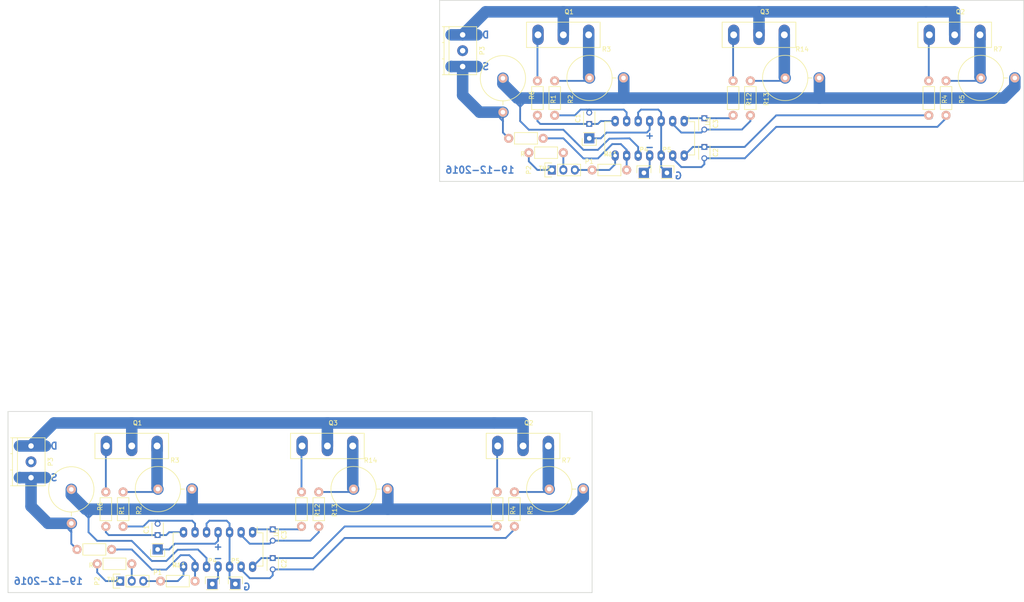
<source format=kicad_pcb>
(kicad_pcb (version 4) (host pcbnew 4.0.5-e0-6337~49~ubuntu16.04.1)

  (general
    (links 104)
    (no_connects 22)
    (area 36.79 31.039999 262.965001 164.32)
    (thickness 1.6)
    (drawings 20)
    (tracks 302)
    (zones 0)
    (modules 50)
    (nets 23)
  )

  (page A4)
  (layers
    (0 F.Cu signal)
    (31 B.Cu signal)
    (32 B.Adhes user)
    (33 F.Adhes user)
    (34 B.Paste user)
    (35 F.Paste user)
    (36 B.SilkS user)
    (37 F.SilkS user)
    (38 B.Mask user)
    (39 F.Mask user)
    (40 Dwgs.User user)
    (41 Cmts.User user)
    (42 Eco1.User user)
    (43 Eco2.User user)
    (44 Edge.Cuts user)
    (45 Margin user)
    (46 B.CrtYd user)
    (47 F.CrtYd user)
    (48 B.Fab user)
    (49 F.Fab user)
  )

  (setup
    (last_trace_width 0.4064)
    (user_trace_width 0.4064)
    (user_trace_width 2.54)
    (trace_clearance 0.25)
    (zone_clearance 0.508)
    (zone_45_only no)
    (trace_min 0.2)
    (segment_width 0.2)
    (edge_width 0.15)
    (via_size 0.6)
    (via_drill 0.4)
    (via_min_size 0.4)
    (via_min_drill 0.3)
    (uvia_size 0.3)
    (uvia_drill 0.1)
    (uvias_allowed no)
    (uvia_min_size 0)
    (uvia_min_drill 0)
    (pcb_text_width 0.3)
    (pcb_text_size 1.5 1.5)
    (mod_edge_width 0.15)
    (mod_text_size 1 1)
    (mod_text_width 0.15)
    (pad_size 1.524 1.524)
    (pad_drill 0.762)
    (pad_to_mask_clearance 0.2)
    (aux_axis_origin 0 0)
    (grid_origin 12.065 198.12)
    (visible_elements FFFFFF7F)
    (pcbplotparams
      (layerselection 0x00030_80000001)
      (usegerberextensions false)
      (excludeedgelayer true)
      (linewidth 0.100000)
      (plotframeref false)
      (viasonmask false)
      (mode 1)
      (useauxorigin false)
      (hpglpennumber 1)
      (hpglpenspeed 20)
      (hpglpendiameter 15)
      (hpglpenoverlay 2)
      (psnegative false)
      (psa4output false)
      (plotreference true)
      (plotvalue true)
      (plotinvisibletext false)
      (padsonsilk false)
      (subtractmaskfromsilk false)
      (outputformat 1)
      (mirror false)
      (drillshape 1)
      (scaleselection 1)
      (outputdirectory ""))
  )

  (net 0 "")
  (net 1 "Net-(C1-Pad1)")
  (net 2 "Net-(C1-Pad2)")
  (net 3 "Net-(C2-Pad1)")
  (net 4 "Net-(C2-Pad2)")
  (net 5 "Net-(C3-Pad1)")
  (net 6 "Net-(C3-Pad2)")
  (net 7 S)
  (net 8 D)
  (net 9 G)
  (net 10 V-)
  (net 11 V+)
  (net 12 "Net-(P2-Pad1)")
  (net 13 "Net-(P2-Pad2)")
  (net 14 I_N)
  (net 15 "Net-(Q1-Pad1)")
  (net 16 "Net-(Q1-Pad3)")
  (net 17 "Net-(Q2-Pad1)")
  (net 18 "Net-(Q2-Pad3)")
  (net 19 "Net-(Q3-Pad1)")
  (net 20 "Net-(Q3-Pad3)")
  (net 21 "Net-(R11-Pad2)")
  (net 22 "Net-(R14-Pad2)")

  (net_class Default "This is the default net class."
    (clearance 0.25)
    (trace_width 0.25)
    (via_dia 0.6)
    (via_drill 0.4)
    (uvia_dia 0.3)
    (uvia_drill 0.1)
    (add_net D)
    (add_net G)
    (add_net I_N)
    (add_net "Net-(C1-Pad1)")
    (add_net "Net-(C1-Pad2)")
    (add_net "Net-(C2-Pad1)")
    (add_net "Net-(C2-Pad2)")
    (add_net "Net-(C3-Pad1)")
    (add_net "Net-(C3-Pad2)")
    (add_net "Net-(P2-Pad1)")
    (add_net "Net-(P2-Pad2)")
    (add_net "Net-(Q1-Pad1)")
    (add_net "Net-(Q1-Pad3)")
    (add_net "Net-(Q2-Pad1)")
    (add_net "Net-(Q2-Pad3)")
    (add_net "Net-(Q3-Pad1)")
    (add_net "Net-(Q3-Pad3)")
    (add_net "Net-(R11-Pad2)")
    (add_net "Net-(R14-Pad2)")
    (add_net S)
    (add_net V+)
    (add_net V-)
  )

  (module Resistors_THT:Resistor_Vertical_RM7.5mm (layer F.Cu) (tedit 0) (tstamp 5858E18B)
    (at 147.955 52.07 270)
    (descr "Resistor, Vertical, RM 7.5mm,")
    (tags "Resistor, Vertical, RM 7.5mm,")
    (path /58569238)
    (fp_text reference R6 (at 0 -6.35 270) (layer F.SilkS)
      (effects (font (size 1 1) (thickness 0.15)))
    )
    (fp_text value 0.1R (at 0 7.50062 270) (layer F.Fab)
      (effects (font (size 1 1) (thickness 0.15)))
    )
    (fp_line (start 1.25222 0) (end 2.15138 0) (layer F.SilkS) (width 0.15))
    (fp_circle (center -3.74904 0) (end 1.25222 0) (layer F.SilkS) (width 0.15))
    (pad 1 thru_hole circle (at -3.74904 0 270) (size 1.99898 1.99898) (drill 1.00076) (layers *.Cu *.SilkS *.Mask)
      (net 22 "Net-(R14-Pad2)"))
    (pad 2 thru_hole circle (at 3.75158 0 270) (size 1.99898 1.99898) (drill 1.00076) (layers *.Cu *.SilkS *.Mask)
      (net 7 S))
  )

  (module Resistors_THT:Resistor_Horizontal_RM7mm (layer F.Cu) (tedit 569FCF07) (tstamp 5858E17E)
    (at 159.385 48.895 270)
    (descr "Resistor, Axial,  RM 7.62mm, 1/3W,")
    (tags "Resistor Axial RM 7.62mm 1/3W R3")
    (path /585693C1)
    (fp_text reference R2 (at 4.05892 -3.50012 270) (layer F.SilkS)
      (effects (font (size 1 1) (thickness 0.15)))
    )
    (fp_text value 1k (at 3.81 3.81 270) (layer F.Fab)
      (effects (font (size 1 1) (thickness 0.15)))
    )
    (fp_line (start -1.25 -1.5) (end 8.85 -1.5) (layer F.CrtYd) (width 0.05))
    (fp_line (start -1.25 1.5) (end -1.25 -1.5) (layer F.CrtYd) (width 0.05))
    (fp_line (start 8.85 -1.5) (end 8.85 1.5) (layer F.CrtYd) (width 0.05))
    (fp_line (start -1.25 1.5) (end 8.85 1.5) (layer F.CrtYd) (width 0.05))
    (fp_line (start 1.27 -1.27) (end 6.35 -1.27) (layer F.SilkS) (width 0.15))
    (fp_line (start 6.35 -1.27) (end 6.35 1.27) (layer F.SilkS) (width 0.15))
    (fp_line (start 6.35 1.27) (end 1.27 1.27) (layer F.SilkS) (width 0.15))
    (fp_line (start 1.27 1.27) (end 1.27 -1.27) (layer F.SilkS) (width 0.15))
    (pad 1 thru_hole circle (at 0 0 270) (size 1.99898 1.99898) (drill 1.00076) (layers *.Cu *.SilkS *.Mask)
      (net 16 "Net-(Q1-Pad3)"))
    (pad 2 thru_hole circle (at 7.62 0 270) (size 1.99898 1.99898) (drill 1.00076) (layers *.Cu *.SilkS *.Mask)
      (net 2 "Net-(C1-Pad2)"))
  )

  (module Resistors_THT:Resistor_Horizontal_RM7mm (layer F.Cu) (tedit 569FCF07) (tstamp 5858E171)
    (at 155.575 48.895 270)
    (descr "Resistor, Axial,  RM 7.62mm, 1/3W,")
    (tags "Resistor Axial RM 7.62mm 1/3W R3")
    (path /58569349)
    (fp_text reference R1 (at 4.05892 -3.50012 270) (layer F.SilkS)
      (effects (font (size 1 1) (thickness 0.15)))
    )
    (fp_text value 470R (at 3.81 3.81 270) (layer F.Fab)
      (effects (font (size 1 1) (thickness 0.15)))
    )
    (fp_line (start -1.25 -1.5) (end 8.85 -1.5) (layer F.CrtYd) (width 0.05))
    (fp_line (start -1.25 1.5) (end -1.25 -1.5) (layer F.CrtYd) (width 0.05))
    (fp_line (start 8.85 -1.5) (end 8.85 1.5) (layer F.CrtYd) (width 0.05))
    (fp_line (start -1.25 1.5) (end 8.85 1.5) (layer F.CrtYd) (width 0.05))
    (fp_line (start 1.27 -1.27) (end 6.35 -1.27) (layer F.SilkS) (width 0.15))
    (fp_line (start 6.35 -1.27) (end 6.35 1.27) (layer F.SilkS) (width 0.15))
    (fp_line (start 6.35 1.27) (end 1.27 1.27) (layer F.SilkS) (width 0.15))
    (fp_line (start 1.27 1.27) (end 1.27 -1.27) (layer F.SilkS) (width 0.15))
    (pad 1 thru_hole circle (at 0 0 270) (size 1.99898 1.99898) (drill 1.00076) (layers *.Cu *.SilkS *.Mask)
      (net 15 "Net-(Q1-Pad1)"))
    (pad 2 thru_hole circle (at 7.62 0 270) (size 1.99898 1.99898) (drill 1.00076) (layers *.Cu *.SilkS *.Mask)
      (net 1 "Net-(C1-Pad1)"))
  )

  (module Pin_Headers:Pin_Header_Straight_1x01 (layer F.Cu) (tedit 54EA08DC) (tstamp 5858E165)
    (at 184.15 69.215)
    (descr "Through hole pin header")
    (tags "pin header")
    (path /58591BB3)
    (fp_text reference P5 (at 0 -5.1) (layer F.SilkS)
      (effects (font (size 1 1) (thickness 0.15)))
    )
    (fp_text value G (at 0 -3.1) (layer F.Fab)
      (effects (font (size 1 1) (thickness 0.15)))
    )
    (fp_line (start 1.55 -1.55) (end 1.55 0) (layer F.SilkS) (width 0.15))
    (fp_line (start -1.75 -1.75) (end -1.75 1.75) (layer F.CrtYd) (width 0.05))
    (fp_line (start 1.75 -1.75) (end 1.75 1.75) (layer F.CrtYd) (width 0.05))
    (fp_line (start -1.75 -1.75) (end 1.75 -1.75) (layer F.CrtYd) (width 0.05))
    (fp_line (start -1.75 1.75) (end 1.75 1.75) (layer F.CrtYd) (width 0.05))
    (fp_line (start -1.55 0) (end -1.55 -1.55) (layer F.SilkS) (width 0.15))
    (fp_line (start -1.55 -1.55) (end 1.55 -1.55) (layer F.SilkS) (width 0.15))
    (fp_line (start -1.27 1.27) (end 1.27 1.27) (layer F.SilkS) (width 0.15))
    (pad 1 thru_hole rect (at 0 0) (size 2.2352 2.2352) (drill 1.016) (layers *.Cu *.Mask)
      (net 9 G))
    (model Pin_Headers.3dshapes/Pin_Header_Straight_1x01.wrl
      (at (xyz 0 0 0))
      (scale (xyz 1 1 1))
      (rotate (xyz 0 0 90))
    )
  )

  (module Resistors_THT:Resistor_Vertical_RM7.5mm (layer F.Cu) (tedit 0) (tstamp 5858E15E)
    (at 213.995 48.26)
    (descr "Resistor, Vertical, RM 7.5mm,")
    (tags "Resistor, Vertical, RM 7.5mm,")
    (path /58569325)
    (fp_text reference R14 (at 0 -6.35) (layer F.SilkS)
      (effects (font (size 1 1) (thickness 0.15)))
    )
    (fp_text value 0.5R (at 0 7.50062) (layer F.Fab)
      (effects (font (size 1 1) (thickness 0.15)))
    )
    (fp_line (start 1.25222 0) (end 2.15138 0) (layer F.SilkS) (width 0.15))
    (fp_circle (center -3.74904 0) (end 1.25222 0) (layer F.SilkS) (width 0.15))
    (pad 1 thru_hole circle (at -3.74904 0) (size 1.99898 1.99898) (drill 1.00076) (layers *.Cu *.SilkS *.Mask)
      (net 20 "Net-(Q3-Pad3)"))
    (pad 2 thru_hole circle (at 3.75158 0) (size 1.99898 1.99898) (drill 1.00076) (layers *.Cu *.SilkS *.Mask)
      (net 22 "Net-(R14-Pad2)"))
  )

  (module Resistors_THT:Resistor_Vertical_RM7.5mm (layer F.Cu) (tedit 0) (tstamp 5858E157)
    (at 257.175 48.26)
    (descr "Resistor, Vertical, RM 7.5mm,")
    (tags "Resistor, Vertical, RM 7.5mm,")
    (path /58569304)
    (fp_text reference R7 (at 0 -6.35) (layer F.SilkS)
      (effects (font (size 1 1) (thickness 0.15)))
    )
    (fp_text value 0.5R (at 0 7.50062) (layer F.Fab)
      (effects (font (size 1 1) (thickness 0.15)))
    )
    (fp_line (start 1.25222 0) (end 2.15138 0) (layer F.SilkS) (width 0.15))
    (fp_circle (center -3.74904 0) (end 1.25222 0) (layer F.SilkS) (width 0.15))
    (pad 1 thru_hole circle (at -3.74904 0) (size 1.99898 1.99898) (drill 1.00076) (layers *.Cu *.SilkS *.Mask)
      (net 18 "Net-(Q2-Pad3)"))
    (pad 2 thru_hole circle (at 3.75158 0) (size 1.99898 1.99898) (drill 1.00076) (layers *.Cu *.SilkS *.Mask)
      (net 22 "Net-(R14-Pad2)"))
  )

  (module Resistors_THT:Resistor_Vertical_RM7.5mm (layer F.Cu) (tedit 0) (tstamp 5858E150)
    (at 170.815 48.26)
    (descr "Resistor, Vertical, RM 7.5mm,")
    (tags "Resistor, Vertical, RM 7.5mm,")
    (path /585692E8)
    (fp_text reference R3 (at 0 -6.35) (layer F.SilkS)
      (effects (font (size 1 1) (thickness 0.15)))
    )
    (fp_text value 0.5R (at 0 7.50062) (layer F.Fab)
      (effects (font (size 1 1) (thickness 0.15)))
    )
    (fp_line (start 1.25222 0) (end 2.15138 0) (layer F.SilkS) (width 0.15))
    (fp_circle (center -3.74904 0) (end 1.25222 0) (layer F.SilkS) (width 0.15))
    (pad 1 thru_hole circle (at -3.74904 0) (size 1.99898 1.99898) (drill 1.00076) (layers *.Cu *.SilkS *.Mask)
      (net 16 "Net-(Q1-Pad3)"))
    (pad 2 thru_hole circle (at 3.75158 0) (size 1.99898 1.99898) (drill 1.00076) (layers *.Cu *.SilkS *.Mask)
      (net 22 "Net-(R14-Pad2)"))
  )

  (module Pin_Headers:Pin_Header_Straight_1x01 (layer F.Cu) (tedit 54EA08DC) (tstamp 5858E144)
    (at 167.005 61.595 180)
    (descr "Through hole pin header")
    (tags "pin header")
    (path /58588E46)
    (fp_text reference P1 (at 0 -5.1 180) (layer F.SilkS)
      (effects (font (size 1 1) (thickness 0.15)))
    )
    (fp_text value V+ (at 0 -3.1 180) (layer F.Fab)
      (effects (font (size 1 1) (thickness 0.15)))
    )
    (fp_line (start 1.55 -1.55) (end 1.55 0) (layer F.SilkS) (width 0.15))
    (fp_line (start -1.75 -1.75) (end -1.75 1.75) (layer F.CrtYd) (width 0.05))
    (fp_line (start 1.75 -1.75) (end 1.75 1.75) (layer F.CrtYd) (width 0.05))
    (fp_line (start -1.75 -1.75) (end 1.75 -1.75) (layer F.CrtYd) (width 0.05))
    (fp_line (start -1.75 1.75) (end 1.75 1.75) (layer F.CrtYd) (width 0.05))
    (fp_line (start -1.55 0) (end -1.55 -1.55) (layer F.SilkS) (width 0.15))
    (fp_line (start -1.55 -1.55) (end 1.55 -1.55) (layer F.SilkS) (width 0.15))
    (fp_line (start -1.27 1.27) (end 1.27 1.27) (layer F.SilkS) (width 0.15))
    (pad 1 thru_hole rect (at 0 0 180) (size 2.2352 2.2352) (drill 1.016) (layers *.Cu *.Mask)
      (net 11 V+))
    (model Pin_Headers.3dshapes/Pin_Header_Straight_1x01.wrl
      (at (xyz 0 0 0))
      (scale (xyz 1 1 1))
      (rotate (xyz 0 0 90))
    )
  )

  (module Connectors_Terminal_Blocks:TerminalBlock_Pheonix_PT-3.5mm_3pol (layer F.Cu) (tedit 56301605) (tstamp 5858E133)
    (at 139.065 38.735 270)
    (descr "3-way 3.5mm pitch terminal block, Phoenix PT series")
    (path /585855D3)
    (fp_text reference P3 (at 3.5 -4.3 270) (layer F.SilkS)
      (effects (font (size 1 1) (thickness 0.15)))
    )
    (fp_text value IN (at 3.5 6 270) (layer F.Fab)
      (effects (font (size 1 1) (thickness 0.15)))
    )
    (fp_line (start -2 -3.3) (end 9 -3.3) (layer F.CrtYd) (width 0.05))
    (fp_line (start -2 4.7) (end -2 -3.3) (layer F.CrtYd) (width 0.05))
    (fp_line (start 9 4.7) (end -2 4.7) (layer F.CrtYd) (width 0.05))
    (fp_line (start 9 -3.3) (end 9 4.7) (layer F.CrtYd) (width 0.05))
    (fp_line (start 1.7 4.1) (end 1.7 4.5) (layer F.SilkS) (width 0.15))
    (fp_line (start 5.3 4.1) (end 5.3 4.5) (layer F.SilkS) (width 0.15))
    (fp_line (start -1.8 3) (end 8.8 3) (layer F.SilkS) (width 0.15))
    (fp_line (start -1.8 4.1) (end 8.8 4.1) (layer F.SilkS) (width 0.15))
    (fp_line (start -1.8 -3.1) (end -1.8 4.5) (layer F.SilkS) (width 0.15))
    (fp_line (start 8.8 4.5) (end 8.8 -3.1) (layer F.SilkS) (width 0.15))
    (fp_line (start 8.8 -3.1) (end -1.8 -3.1) (layer F.SilkS) (width 0.15))
    (pad 2 thru_hole circle (at 3.5 0 270) (size 2.4 2.4) (drill 1.2) (layers *.Cu *.Mask))
    (pad 3 thru_hole circle (at 7 0 270) (size 2.4 2.4) (drill 1.2) (layers *.Cu *.Mask)
      (net 7 S))
    (pad 1 thru_hole rect (at 0 0 270) (size 2.4 2.4) (drill 1.2) (layers *.Cu *.Mask)
      (net 8 D))
    (model Terminal_Blocks.3dshapes/TerminalBlock_Pheonix_PT-3.5mm_3pol.wrl
      (at (xyz 0 0 0))
      (scale (xyz 1 1 1))
      (rotate (xyz 0 0 0))
    )
  )

  (module Resistors_THT:Resistor_Horizontal_RM7mm (layer F.Cu) (tedit 569FCF07) (tstamp 5858E126)
    (at 161.29 64.77 180)
    (descr "Resistor, Axial,  RM 7.62mm, 1/3W,")
    (tags "Resistor Axial RM 7.62mm 1/3W R3")
    (path /5858F9CD)
    (fp_text reference TH1 (at 4.05892 -3.50012 180) (layer F.SilkS)
      (effects (font (size 1 1) (thickness 0.15)))
    )
    (fp_text value THERMISTOR (at 3.81 3.81 180) (layer F.Fab)
      (effects (font (size 1 1) (thickness 0.15)))
    )
    (fp_line (start -1.25 -1.5) (end 8.85 -1.5) (layer F.CrtYd) (width 0.05))
    (fp_line (start -1.25 1.5) (end -1.25 -1.5) (layer F.CrtYd) (width 0.05))
    (fp_line (start 8.85 -1.5) (end 8.85 1.5) (layer F.CrtYd) (width 0.05))
    (fp_line (start -1.25 1.5) (end 8.85 1.5) (layer F.CrtYd) (width 0.05))
    (fp_line (start 1.27 -1.27) (end 6.35 -1.27) (layer F.SilkS) (width 0.15))
    (fp_line (start 6.35 -1.27) (end 6.35 1.27) (layer F.SilkS) (width 0.15))
    (fp_line (start 6.35 1.27) (end 1.27 1.27) (layer F.SilkS) (width 0.15))
    (fp_line (start 1.27 1.27) (end 1.27 -1.27) (layer F.SilkS) (width 0.15))
    (pad 1 thru_hole circle (at 0 0 180) (size 1.99898 1.99898) (drill 1.00076) (layers *.Cu *.SilkS *.Mask)
      (net 13 "Net-(P2-Pad2)"))
    (pad 2 thru_hole circle (at 7.62 0 180) (size 1.99898 1.99898) (drill 1.00076) (layers *.Cu *.SilkS *.Mask)
      (net 12 "Net-(P2-Pad1)"))
  )

  (module Resistors_THT:Resistor_Horizontal_RM7mm (layer F.Cu) (tedit 569FCF07) (tstamp 5858E119)
    (at 202.565 48.895 270)
    (descr "Resistor, Axial,  RM 7.62mm, 1/3W,")
    (tags "Resistor Axial RM 7.62mm 1/3W R3")
    (path /58581E29)
    (fp_text reference R13 (at 4.05892 -3.50012 270) (layer F.SilkS)
      (effects (font (size 1 1) (thickness 0.15)))
    )
    (fp_text value 1k (at 3.81 3.81 270) (layer F.Fab)
      (effects (font (size 1 1) (thickness 0.15)))
    )
    (fp_line (start -1.25 -1.5) (end 8.85 -1.5) (layer F.CrtYd) (width 0.05))
    (fp_line (start -1.25 1.5) (end -1.25 -1.5) (layer F.CrtYd) (width 0.05))
    (fp_line (start 8.85 -1.5) (end 8.85 1.5) (layer F.CrtYd) (width 0.05))
    (fp_line (start -1.25 1.5) (end 8.85 1.5) (layer F.CrtYd) (width 0.05))
    (fp_line (start 1.27 -1.27) (end 6.35 -1.27) (layer F.SilkS) (width 0.15))
    (fp_line (start 6.35 -1.27) (end 6.35 1.27) (layer F.SilkS) (width 0.15))
    (fp_line (start 6.35 1.27) (end 1.27 1.27) (layer F.SilkS) (width 0.15))
    (fp_line (start 1.27 1.27) (end 1.27 -1.27) (layer F.SilkS) (width 0.15))
    (pad 1 thru_hole circle (at 0 0 270) (size 1.99898 1.99898) (drill 1.00076) (layers *.Cu *.SilkS *.Mask)
      (net 20 "Net-(Q3-Pad3)"))
    (pad 2 thru_hole circle (at 7.62 0 270) (size 1.99898 1.99898) (drill 1.00076) (layers *.Cu *.SilkS *.Mask)
      (net 6 "Net-(C3-Pad2)"))
  )

  (module Resistors_THT:Resistor_Horizontal_RM7mm (layer F.Cu) (tedit 569FCF07) (tstamp 5858E10C)
    (at 198.755 48.895 270)
    (descr "Resistor, Axial,  RM 7.62mm, 1/3W,")
    (tags "Resistor Axial RM 7.62mm 1/3W R3")
    (path /585818E6)
    (fp_text reference R12 (at 4.05892 -3.50012 270) (layer F.SilkS)
      (effects (font (size 1 1) (thickness 0.15)))
    )
    (fp_text value 470R (at 3.81 3.81 270) (layer F.Fab)
      (effects (font (size 1 1) (thickness 0.15)))
    )
    (fp_line (start -1.25 -1.5) (end 8.85 -1.5) (layer F.CrtYd) (width 0.05))
    (fp_line (start -1.25 1.5) (end -1.25 -1.5) (layer F.CrtYd) (width 0.05))
    (fp_line (start 8.85 -1.5) (end 8.85 1.5) (layer F.CrtYd) (width 0.05))
    (fp_line (start -1.25 1.5) (end 8.85 1.5) (layer F.CrtYd) (width 0.05))
    (fp_line (start 1.27 -1.27) (end 6.35 -1.27) (layer F.SilkS) (width 0.15))
    (fp_line (start 6.35 -1.27) (end 6.35 1.27) (layer F.SilkS) (width 0.15))
    (fp_line (start 6.35 1.27) (end 1.27 1.27) (layer F.SilkS) (width 0.15))
    (fp_line (start 1.27 1.27) (end 1.27 -1.27) (layer F.SilkS) (width 0.15))
    (pad 1 thru_hole circle (at 0 0 270) (size 1.99898 1.99898) (drill 1.00076) (layers *.Cu *.SilkS *.Mask)
      (net 19 "Net-(Q3-Pad1)"))
    (pad 2 thru_hole circle (at 7.62 0 270) (size 1.99898 1.99898) (drill 1.00076) (layers *.Cu *.SilkS *.Mask)
      (net 5 "Net-(C3-Pad1)"))
  )

  (module Resistors_THT:Resistor_Horizontal_RM7mm (layer F.Cu) (tedit 569FCF07) (tstamp 5858E0FF)
    (at 167.64 68.58)
    (descr "Resistor, Axial,  RM 7.62mm, 1/3W,")
    (tags "Resistor Axial RM 7.62mm 1/3W R3")
    (path /58584CB9)
    (fp_text reference R11 (at 4.05892 -3.50012) (layer F.SilkS)
      (effects (font (size 1 1) (thickness 0.15)))
    )
    (fp_text value 8.2k (at 3.81 3.81) (layer F.Fab)
      (effects (font (size 1 1) (thickness 0.15)))
    )
    (fp_line (start -1.25 -1.5) (end 8.85 -1.5) (layer F.CrtYd) (width 0.05))
    (fp_line (start -1.25 1.5) (end -1.25 -1.5) (layer F.CrtYd) (width 0.05))
    (fp_line (start 8.85 -1.5) (end 8.85 1.5) (layer F.CrtYd) (width 0.05))
    (fp_line (start -1.25 1.5) (end 8.85 1.5) (layer F.CrtYd) (width 0.05))
    (fp_line (start 1.27 -1.27) (end 6.35 -1.27) (layer F.SilkS) (width 0.15))
    (fp_line (start 6.35 -1.27) (end 6.35 1.27) (layer F.SilkS) (width 0.15))
    (fp_line (start 6.35 1.27) (end 1.27 1.27) (layer F.SilkS) (width 0.15))
    (fp_line (start 1.27 1.27) (end 1.27 -1.27) (layer F.SilkS) (width 0.15))
    (pad 1 thru_hole circle (at 0 0) (size 1.99898 1.99898) (drill 1.00076) (layers *.Cu *.SilkS *.Mask)
      (net 14 I_N))
    (pad 2 thru_hole circle (at 7.62 0) (size 1.99898 1.99898) (drill 1.00076) (layers *.Cu *.SilkS *.Mask)
      (net 21 "Net-(R11-Pad2)"))
  )

  (module Resistors_THT:Resistor_Horizontal_RM7mm (layer F.Cu) (tedit 569FCF07) (tstamp 5858E0F2)
    (at 156.845 61.595 180)
    (descr "Resistor, Axial,  RM 7.62mm, 1/3W,")
    (tags "Resistor Axial RM 7.62mm 1/3W R3")
    (path /58584614)
    (fp_text reference R9 (at 4.05892 -3.50012 180) (layer F.SilkS)
      (effects (font (size 1 1) (thickness 0.15)))
    )
    (fp_text value 1k (at 3.81 3.81 180) (layer F.Fab)
      (effects (font (size 1 1) (thickness 0.15)))
    )
    (fp_line (start -1.25 -1.5) (end 8.85 -1.5) (layer F.CrtYd) (width 0.05))
    (fp_line (start -1.25 1.5) (end -1.25 -1.5) (layer F.CrtYd) (width 0.05))
    (fp_line (start 8.85 -1.5) (end 8.85 1.5) (layer F.CrtYd) (width 0.05))
    (fp_line (start -1.25 1.5) (end 8.85 1.5) (layer F.CrtYd) (width 0.05))
    (fp_line (start 1.27 -1.27) (end 6.35 -1.27) (layer F.SilkS) (width 0.15))
    (fp_line (start 6.35 -1.27) (end 6.35 1.27) (layer F.SilkS) (width 0.15))
    (fp_line (start 6.35 1.27) (end 1.27 1.27) (layer F.SilkS) (width 0.15))
    (fp_line (start 1.27 1.27) (end 1.27 -1.27) (layer F.SilkS) (width 0.15))
    (pad 1 thru_hole circle (at 0 0 180) (size 1.99898 1.99898) (drill 1.00076) (layers *.Cu *.SilkS *.Mask)
      (net 21 "Net-(R11-Pad2)"))
    (pad 2 thru_hole circle (at 7.62 0 180) (size 1.99898 1.99898) (drill 1.00076) (layers *.Cu *.SilkS *.Mask)
      (net 7 S))
  )

  (module Resistors_THT:Resistor_Horizontal_RM7mm (layer F.Cu) (tedit 569FCF07) (tstamp 5858E0E5)
    (at 245.745 48.895 270)
    (descr "Resistor, Axial,  RM 7.62mm, 1/3W,")
    (tags "Resistor Axial RM 7.62mm 1/3W R3")
    (path /58581104)
    (fp_text reference R5 (at 4.05892 -3.50012 270) (layer F.SilkS)
      (effects (font (size 1 1) (thickness 0.15)))
    )
    (fp_text value 1k (at 3.81 3.81 270) (layer F.Fab)
      (effects (font (size 1 1) (thickness 0.15)))
    )
    (fp_line (start -1.25 -1.5) (end 8.85 -1.5) (layer F.CrtYd) (width 0.05))
    (fp_line (start -1.25 1.5) (end -1.25 -1.5) (layer F.CrtYd) (width 0.05))
    (fp_line (start 8.85 -1.5) (end 8.85 1.5) (layer F.CrtYd) (width 0.05))
    (fp_line (start -1.25 1.5) (end 8.85 1.5) (layer F.CrtYd) (width 0.05))
    (fp_line (start 1.27 -1.27) (end 6.35 -1.27) (layer F.SilkS) (width 0.15))
    (fp_line (start 6.35 -1.27) (end 6.35 1.27) (layer F.SilkS) (width 0.15))
    (fp_line (start 6.35 1.27) (end 1.27 1.27) (layer F.SilkS) (width 0.15))
    (fp_line (start 1.27 1.27) (end 1.27 -1.27) (layer F.SilkS) (width 0.15))
    (pad 1 thru_hole circle (at 0 0 270) (size 1.99898 1.99898) (drill 1.00076) (layers *.Cu *.SilkS *.Mask)
      (net 18 "Net-(Q2-Pad3)"))
    (pad 2 thru_hole circle (at 7.62 0 270) (size 1.99898 1.99898) (drill 1.00076) (layers *.Cu *.SilkS *.Mask)
      (net 4 "Net-(C2-Pad2)"))
  )

  (module Resistors_THT:Resistor_Horizontal_RM7mm (layer F.Cu) (tedit 569FCF07) (tstamp 5858E0D8)
    (at 241.935 48.895 270)
    (descr "Resistor, Axial,  RM 7.62mm, 1/3W,")
    (tags "Resistor Axial RM 7.62mm 1/3W R3")
    (path /58569372)
    (fp_text reference R4 (at 4.05892 -3.50012 270) (layer F.SilkS)
      (effects (font (size 1 1) (thickness 0.15)))
    )
    (fp_text value 470R (at 3.81 3.81 270) (layer F.Fab)
      (effects (font (size 1 1) (thickness 0.15)))
    )
    (fp_line (start -1.25 -1.5) (end 8.85 -1.5) (layer F.CrtYd) (width 0.05))
    (fp_line (start -1.25 1.5) (end -1.25 -1.5) (layer F.CrtYd) (width 0.05))
    (fp_line (start 8.85 -1.5) (end 8.85 1.5) (layer F.CrtYd) (width 0.05))
    (fp_line (start -1.25 1.5) (end 8.85 1.5) (layer F.CrtYd) (width 0.05))
    (fp_line (start 1.27 -1.27) (end 6.35 -1.27) (layer F.SilkS) (width 0.15))
    (fp_line (start 6.35 -1.27) (end 6.35 1.27) (layer F.SilkS) (width 0.15))
    (fp_line (start 6.35 1.27) (end 1.27 1.27) (layer F.SilkS) (width 0.15))
    (fp_line (start 1.27 1.27) (end 1.27 -1.27) (layer F.SilkS) (width 0.15))
    (pad 1 thru_hole circle (at 0 0 270) (size 1.99898 1.99898) (drill 1.00076) (layers *.Cu *.SilkS *.Mask)
      (net 17 "Net-(Q2-Pad1)"))
    (pad 2 thru_hole circle (at 7.62 0 270) (size 1.99898 1.99898) (drill 1.00076) (layers *.Cu *.SilkS *.Mask)
      (net 3 "Net-(C2-Pad1)"))
  )

  (module TO_SOT_Packages_THT:TO-247_Vertical_Neutral123 (layer F.Cu) (tedit 0) (tstamp 5858E0CE)
    (at 204.47 38.735)
    (descr "TO-247 TO-218 TOP-3 FET 1=Gate 2=Drain 3=Source Vertical")
    (tags "Transistor FET TO-247 TO-218 TOP-3 Vertical")
    (path /58569ADD)
    (fp_text reference Q3 (at 1.27 -5.08) (layer F.SilkS)
      (effects (font (size 1 1) (thickness 0.15)))
    )
    (fp_text value Q_NMOS_GDS (at -1.016 8.128) (layer F.Fab)
      (effects (font (size 1 1) (thickness 0.15)))
    )
    (fp_line (start 8.128 2.794) (end 8.128 -2.794) (layer F.SilkS) (width 0.15))
    (fp_line (start 8.128 -2.794) (end -8.128 -2.794) (layer F.SilkS) (width 0.15))
    (fp_line (start -8.128 -2.794) (end -8.128 2.794) (layer F.SilkS) (width 0.15))
    (fp_line (start -8.128 2.794) (end 8.128 2.794) (layer F.SilkS) (width 0.15))
    (pad 2 thru_hole oval (at 0 0 90) (size 4.50088 2.49936) (drill 1.50114) (layers *.Cu *.Mask)
      (net 8 D))
    (pad 1 thru_hole oval (at -5.588 0 90) (size 4.50088 2.49936) (drill 1.50114) (layers *.Cu *.Mask)
      (net 19 "Net-(Q3-Pad1)"))
    (pad 3 thru_hole oval (at 5.588 0 90) (size 4.50088 2.49936) (drill 1.50114) (layers *.Cu *.Mask)
      (net 20 "Net-(Q3-Pad3)"))
  )

  (module TO_SOT_Packages_THT:TO-247_Vertical_Neutral123 (layer F.Cu) (tedit 0) (tstamp 5858E0C4)
    (at 247.65 38.735)
    (descr "TO-247 TO-218 TOP-3 FET 1=Gate 2=Drain 3=Source Vertical")
    (tags "Transistor FET TO-247 TO-218 TOP-3 Vertical")
    (path /58569A7D)
    (fp_text reference Q2 (at 1.27 -5.08) (layer F.SilkS)
      (effects (font (size 1 1) (thickness 0.15)))
    )
    (fp_text value Q_NMOS_GDS (at -1.016 8.128) (layer F.Fab)
      (effects (font (size 1 1) (thickness 0.15)))
    )
    (fp_line (start 8.128 2.794) (end 8.128 -2.794) (layer F.SilkS) (width 0.15))
    (fp_line (start 8.128 -2.794) (end -8.128 -2.794) (layer F.SilkS) (width 0.15))
    (fp_line (start -8.128 -2.794) (end -8.128 2.794) (layer F.SilkS) (width 0.15))
    (fp_line (start -8.128 2.794) (end 8.128 2.794) (layer F.SilkS) (width 0.15))
    (pad 2 thru_hole oval (at 0 0 90) (size 4.50088 2.49936) (drill 1.50114) (layers *.Cu *.Mask)
      (net 8 D))
    (pad 1 thru_hole oval (at -5.588 0 90) (size 4.50088 2.49936) (drill 1.50114) (layers *.Cu *.Mask)
      (net 17 "Net-(Q2-Pad1)"))
    (pad 3 thru_hole oval (at 5.588 0 90) (size 4.50088 2.49936) (drill 1.50114) (layers *.Cu *.Mask)
      (net 18 "Net-(Q2-Pad3)"))
  )

  (module TO_SOT_Packages_THT:TO-247_Vertical_Neutral123 (layer F.Cu) (tedit 0) (tstamp 5858E0BA)
    (at 161.29 38.735)
    (descr "TO-247 TO-218 TOP-3 FET 1=Gate 2=Drain 3=Source Vertical")
    (tags "Transistor FET TO-247 TO-218 TOP-3 Vertical")
    (path /58569999)
    (fp_text reference Q1 (at 1.27 -5.08) (layer F.SilkS)
      (effects (font (size 1 1) (thickness 0.15)))
    )
    (fp_text value Q_NMOS_GDS (at -1.016 8.128) (layer F.Fab)
      (effects (font (size 1 1) (thickness 0.15)))
    )
    (fp_line (start 8.128 2.794) (end 8.128 -2.794) (layer F.SilkS) (width 0.15))
    (fp_line (start 8.128 -2.794) (end -8.128 -2.794) (layer F.SilkS) (width 0.15))
    (fp_line (start -8.128 -2.794) (end -8.128 2.794) (layer F.SilkS) (width 0.15))
    (fp_line (start -8.128 2.794) (end 8.128 2.794) (layer F.SilkS) (width 0.15))
    (pad 2 thru_hole oval (at 0 0 90) (size 4.50088 2.49936) (drill 1.50114) (layers *.Cu *.Mask)
      (net 8 D))
    (pad 1 thru_hole oval (at -5.588 0 90) (size 4.50088 2.49936) (drill 1.50114) (layers *.Cu *.Mask)
      (net 15 "Net-(Q1-Pad1)"))
    (pad 3 thru_hole oval (at 5.588 0 90) (size 4.50088 2.49936) (drill 1.50114) (layers *.Cu *.Mask)
      (net 16 "Net-(Q1-Pad3)"))
  )

  (module Pin_Headers:Pin_Header_Straight_1x03 (layer F.Cu) (tedit 0) (tstamp 5858E0A9)
    (at 158.75 68.58 90)
    (descr "Through hole pin header")
    (tags "pin header")
    (path /5858E261)
    (fp_text reference P2 (at 0 -5.1 90) (layer F.SilkS)
      (effects (font (size 1 1) (thickness 0.15)))
    )
    (fp_text value OUT (at 0 -3.1 90) (layer F.Fab)
      (effects (font (size 1 1) (thickness 0.15)))
    )
    (fp_line (start -1.75 -1.75) (end -1.75 6.85) (layer F.CrtYd) (width 0.05))
    (fp_line (start 1.75 -1.75) (end 1.75 6.85) (layer F.CrtYd) (width 0.05))
    (fp_line (start -1.75 -1.75) (end 1.75 -1.75) (layer F.CrtYd) (width 0.05))
    (fp_line (start -1.75 6.85) (end 1.75 6.85) (layer F.CrtYd) (width 0.05))
    (fp_line (start -1.27 1.27) (end -1.27 6.35) (layer F.SilkS) (width 0.15))
    (fp_line (start -1.27 6.35) (end 1.27 6.35) (layer F.SilkS) (width 0.15))
    (fp_line (start 1.27 6.35) (end 1.27 1.27) (layer F.SilkS) (width 0.15))
    (fp_line (start 1.55 -1.55) (end 1.55 0) (layer F.SilkS) (width 0.15))
    (fp_line (start 1.27 1.27) (end -1.27 1.27) (layer F.SilkS) (width 0.15))
    (fp_line (start -1.55 0) (end -1.55 -1.55) (layer F.SilkS) (width 0.15))
    (fp_line (start -1.55 -1.55) (end 1.55 -1.55) (layer F.SilkS) (width 0.15))
    (pad 1 thru_hole rect (at 0 0 90) (size 2.032 1.7272) (drill 1.016) (layers *.Cu *.Mask)
      (net 12 "Net-(P2-Pad1)"))
    (pad 2 thru_hole oval (at 0 2.54 90) (size 2.032 1.7272) (drill 1.016) (layers *.Cu *.Mask)
      (net 13 "Net-(P2-Pad2)"))
    (pad 3 thru_hole oval (at 0 5.08 90) (size 2.032 1.7272) (drill 1.016) (layers *.Cu *.Mask)
      (net 14 I_N))
    (model Pin_Headers.3dshapes/Pin_Header_Straight_1x03.wrl
      (at (xyz 0 -0.1 0))
      (scale (xyz 1 1 1))
      (rotate (xyz 0 0 90))
    )
  )

  (module Capacitors_THT:C_Disc_D3_P2.5 (layer F.Cu) (tedit 0) (tstamp 5858E09E)
    (at 192.405 57.15 270)
    (descr "Capacitor 3mm Disc, Pitch 2.5mm")
    (tags Capacitor)
    (path /58581D7D)
    (fp_text reference C3 (at 1.25 -2.5 270) (layer F.SilkS)
      (effects (font (size 1 1) (thickness 0.15)))
    )
    (fp_text value 22nF (at 1.25 2.5 270) (layer F.Fab)
      (effects (font (size 1 1) (thickness 0.15)))
    )
    (fp_line (start -0.9 -1.5) (end 3.4 -1.5) (layer F.CrtYd) (width 0.05))
    (fp_line (start 3.4 -1.5) (end 3.4 1.5) (layer F.CrtYd) (width 0.05))
    (fp_line (start 3.4 1.5) (end -0.9 1.5) (layer F.CrtYd) (width 0.05))
    (fp_line (start -0.9 1.5) (end -0.9 -1.5) (layer F.CrtYd) (width 0.05))
    (fp_line (start -0.25 -1.25) (end 2.75 -1.25) (layer F.SilkS) (width 0.15))
    (fp_line (start 2.75 1.25) (end -0.25 1.25) (layer F.SilkS) (width 0.15))
    (pad 1 thru_hole rect (at 0 0 270) (size 1.3 1.3) (drill 0.8) (layers *.Cu *.Mask)
      (net 5 "Net-(C3-Pad1)"))
    (pad 2 thru_hole circle (at 2.5 0 270) (size 1.3 1.3) (drill 0.8001) (layers *.Cu *.Mask)
      (net 6 "Net-(C3-Pad2)"))
    (model Capacitors_ThroughHole.3dshapes/C_Disc_D3_P2.5.wrl
      (at (xyz 0.0492126 0 0))
      (scale (xyz 1 1 1))
      (rotate (xyz 0 0 0))
    )
  )

  (module Capacitors_THT:C_Disc_D3_P2.5 (layer F.Cu) (tedit 0) (tstamp 5858E093)
    (at 192.405 63.5 270)
    (descr "Capacitor 3mm Disc, Pitch 2.5mm")
    (tags Capacitor)
    (path /58580FED)
    (fp_text reference C2 (at 1.25 -2.5 270) (layer F.SilkS)
      (effects (font (size 1 1) (thickness 0.15)))
    )
    (fp_text value 22nF (at 1.25 2.5 270) (layer F.Fab)
      (effects (font (size 1 1) (thickness 0.15)))
    )
    (fp_line (start -0.9 -1.5) (end 3.4 -1.5) (layer F.CrtYd) (width 0.05))
    (fp_line (start 3.4 -1.5) (end 3.4 1.5) (layer F.CrtYd) (width 0.05))
    (fp_line (start 3.4 1.5) (end -0.9 1.5) (layer F.CrtYd) (width 0.05))
    (fp_line (start -0.9 1.5) (end -0.9 -1.5) (layer F.CrtYd) (width 0.05))
    (fp_line (start -0.25 -1.25) (end 2.75 -1.25) (layer F.SilkS) (width 0.15))
    (fp_line (start 2.75 1.25) (end -0.25 1.25) (layer F.SilkS) (width 0.15))
    (pad 1 thru_hole rect (at 0 0 270) (size 1.3 1.3) (drill 0.8) (layers *.Cu *.Mask)
      (net 3 "Net-(C2-Pad1)"))
    (pad 2 thru_hole circle (at 2.5 0 270) (size 1.3 1.3) (drill 0.8001) (layers *.Cu *.Mask)
      (net 4 "Net-(C2-Pad2)"))
    (model Capacitors_ThroughHole.3dshapes/C_Disc_D3_P2.5.wrl
      (at (xyz 0.0492126 0 0))
      (scale (xyz 1 1 1))
      (rotate (xyz 0 0 0))
    )
  )

  (module Capacitors_THT:C_Disc_D3_P2.5 (layer F.Cu) (tedit 0) (tstamp 5858E088)
    (at 167.005 58.42 90)
    (descr "Capacitor 3mm Disc, Pitch 2.5mm")
    (tags Capacitor)
    (path /58580A8E)
    (fp_text reference C1 (at 1.25 -2.5 90) (layer F.SilkS)
      (effects (font (size 1 1) (thickness 0.15)))
    )
    (fp_text value 22nF (at 1.25 2.5 90) (layer F.Fab)
      (effects (font (size 1 1) (thickness 0.15)))
    )
    (fp_line (start -0.9 -1.5) (end 3.4 -1.5) (layer F.CrtYd) (width 0.05))
    (fp_line (start 3.4 -1.5) (end 3.4 1.5) (layer F.CrtYd) (width 0.05))
    (fp_line (start 3.4 1.5) (end -0.9 1.5) (layer F.CrtYd) (width 0.05))
    (fp_line (start -0.9 1.5) (end -0.9 -1.5) (layer F.CrtYd) (width 0.05))
    (fp_line (start -0.25 -1.25) (end 2.75 -1.25) (layer F.SilkS) (width 0.15))
    (fp_line (start 2.75 1.25) (end -0.25 1.25) (layer F.SilkS) (width 0.15))
    (pad 1 thru_hole rect (at 0 0 90) (size 1.3 1.3) (drill 0.8) (layers *.Cu *.Mask)
      (net 1 "Net-(C1-Pad1)"))
    (pad 2 thru_hole circle (at 2.5 0 90) (size 1.3 1.3) (drill 0.8001) (layers *.Cu *.Mask)
      (net 2 "Net-(C1-Pad2)"))
    (model Capacitors_ThroughHole.3dshapes/C_Disc_D3_P2.5.wrl
      (at (xyz 0.0492126 0 0))
      (scale (xyz 1 1 1))
      (rotate (xyz 0 0 0))
    )
  )

  (module Pin_Headers:Pin_Header_Straight_1x01 (layer F.Cu) (tedit 54EA08DC) (tstamp 5858E07C)
    (at 179.07 69.215)
    (descr "Through hole pin header")
    (tags "pin header")
    (path /58588F76)
    (fp_text reference P4 (at 0 -5.1) (layer F.SilkS)
      (effects (font (size 1 1) (thickness 0.15)))
    )
    (fp_text value V- (at 0 -3.1) (layer F.Fab)
      (effects (font (size 1 1) (thickness 0.15)))
    )
    (fp_line (start 1.55 -1.55) (end 1.55 0) (layer F.SilkS) (width 0.15))
    (fp_line (start -1.75 -1.75) (end -1.75 1.75) (layer F.CrtYd) (width 0.05))
    (fp_line (start 1.75 -1.75) (end 1.75 1.75) (layer F.CrtYd) (width 0.05))
    (fp_line (start -1.75 -1.75) (end 1.75 -1.75) (layer F.CrtYd) (width 0.05))
    (fp_line (start -1.75 1.75) (end 1.75 1.75) (layer F.CrtYd) (width 0.05))
    (fp_line (start -1.55 0) (end -1.55 -1.55) (layer F.SilkS) (width 0.15))
    (fp_line (start -1.55 -1.55) (end 1.55 -1.55) (layer F.SilkS) (width 0.15))
    (fp_line (start -1.27 1.27) (end 1.27 1.27) (layer F.SilkS) (width 0.15))
    (pad 1 thru_hole rect (at 0 0) (size 2.2352 2.2352) (drill 1.016) (layers *.Cu *.Mask)
      (net 10 V-))
    (model Pin_Headers.3dshapes/Pin_Header_Straight_1x01.wrl
      (at (xyz 0 0 0))
      (scale (xyz 1 1 1))
      (rotate (xyz 0 0 90))
    )
  )

  (module Housings_DIP:DIP-14_W7.62mm_LongPads (layer F.Cu) (tedit 54130A77) (tstamp 5858E060)
    (at 187.96 57.785 270)
    (descr "14-lead dip package, row spacing 7.62 mm (300 mils), longer pads")
    (tags "dil dip 2.54 300")
    (path /5856973F)
    (fp_text reference U1 (at 0 -5.22 270) (layer F.SilkS)
      (effects (font (size 1 1) (thickness 0.15)))
    )
    (fp_text value LM324 (at 0 -3.72 270) (layer F.Fab)
      (effects (font (size 1 1) (thickness 0.15)))
    )
    (fp_line (start -1.4 -2.45) (end -1.4 17.7) (layer F.CrtYd) (width 0.05))
    (fp_line (start 9 -2.45) (end 9 17.7) (layer F.CrtYd) (width 0.05))
    (fp_line (start -1.4 -2.45) (end 9 -2.45) (layer F.CrtYd) (width 0.05))
    (fp_line (start -1.4 17.7) (end 9 17.7) (layer F.CrtYd) (width 0.05))
    (fp_line (start 0.135 -2.295) (end 0.135 -1.025) (layer F.SilkS) (width 0.15))
    (fp_line (start 7.485 -2.295) (end 7.485 -1.025) (layer F.SilkS) (width 0.15))
    (fp_line (start 7.485 17.535) (end 7.485 16.265) (layer F.SilkS) (width 0.15))
    (fp_line (start 0.135 17.535) (end 0.135 16.265) (layer F.SilkS) (width 0.15))
    (fp_line (start 0.135 -2.295) (end 7.485 -2.295) (layer F.SilkS) (width 0.15))
    (fp_line (start 0.135 17.535) (end 7.485 17.535) (layer F.SilkS) (width 0.15))
    (fp_line (start 0.135 -1.025) (end -1.15 -1.025) (layer F.SilkS) (width 0.15))
    (pad 1 thru_hole oval (at 0 0 270) (size 2.3 1.6) (drill 0.8) (layers *.Cu *.Mask)
      (net 5 "Net-(C3-Pad1)"))
    (pad 2 thru_hole oval (at 0 2.54 270) (size 2.3 1.6) (drill 0.8) (layers *.Cu *.Mask)
      (net 6 "Net-(C3-Pad2)"))
    (pad 3 thru_hole oval (at 0 5.08 270) (size 2.3 1.6) (drill 0.8) (layers *.Cu *.Mask)
      (net 9 G))
    (pad 4 thru_hole oval (at 0 7.62 270) (size 2.3 1.6) (drill 0.8) (layers *.Cu *.Mask)
      (net 11 V+))
    (pad 5 thru_hole oval (at 0 10.16 270) (size 2.3 1.6) (drill 0.8) (layers *.Cu *.Mask)
      (net 9 G))
    (pad 6 thru_hole oval (at 0 12.7 270) (size 2.3 1.6) (drill 0.8) (layers *.Cu *.Mask)
      (net 2 "Net-(C1-Pad2)"))
    (pad 7 thru_hole oval (at 0 15.24 270) (size 2.3 1.6) (drill 0.8) (layers *.Cu *.Mask)
      (net 1 "Net-(C1-Pad1)"))
    (pad 8 thru_hole oval (at 7.62 15.24 270) (size 2.3 1.6) (drill 0.8) (layers *.Cu *.Mask)
      (net 14 I_N))
    (pad 9 thru_hole oval (at 7.62 12.7 270) (size 2.3 1.6) (drill 0.8) (layers *.Cu *.Mask)
      (net 21 "Net-(R11-Pad2)"))
    (pad 10 thru_hole oval (at 7.62 10.16 270) (size 2.3 1.6) (drill 0.8) (layers *.Cu *.Mask)
      (net 22 "Net-(R14-Pad2)"))
    (pad 11 thru_hole oval (at 7.62 7.62 270) (size 2.3 1.6) (drill 0.8) (layers *.Cu *.Mask)
      (net 10 V-))
    (pad 12 thru_hole oval (at 7.62 5.08 270) (size 2.3 1.6) (drill 0.8) (layers *.Cu *.Mask)
      (net 9 G))
    (pad 13 thru_hole oval (at 7.62 2.54 270) (size 2.3 1.6) (drill 0.8) (layers *.Cu *.Mask)
      (net 4 "Net-(C2-Pad2)"))
    (pad 14 thru_hole oval (at 7.62 0 270) (size 2.3 1.6) (drill 0.8) (layers *.Cu *.Mask)
      (net 3 "Net-(C2-Pad1)"))
    (model Housings_DIP.3dshapes/DIP-14_W7.62mm_LongPads.wrl
      (at (xyz 0 0 0))
      (scale (xyz 1 1 1))
      (rotate (xyz 0 0 0))
    )
  )

  (module Housings_DIP:DIP-14_W7.62mm_LongPads (layer F.Cu) (tedit 54130A77) (tstamp 5854D7C4)
    (at 92.71 148.59 270)
    (descr "14-lead dip package, row spacing 7.62 mm (300 mils), longer pads")
    (tags "dil dip 2.54 300")
    (path /5856973F)
    (fp_text reference U1 (at 0 -5.22 270) (layer F.SilkS)
      (effects (font (size 1 1) (thickness 0.15)))
    )
    (fp_text value LM324 (at 0 -3.72 270) (layer F.Fab)
      (effects (font (size 1 1) (thickness 0.15)))
    )
    (fp_line (start -1.4 -2.45) (end -1.4 17.7) (layer F.CrtYd) (width 0.05))
    (fp_line (start 9 -2.45) (end 9 17.7) (layer F.CrtYd) (width 0.05))
    (fp_line (start -1.4 -2.45) (end 9 -2.45) (layer F.CrtYd) (width 0.05))
    (fp_line (start -1.4 17.7) (end 9 17.7) (layer F.CrtYd) (width 0.05))
    (fp_line (start 0.135 -2.295) (end 0.135 -1.025) (layer F.SilkS) (width 0.15))
    (fp_line (start 7.485 -2.295) (end 7.485 -1.025) (layer F.SilkS) (width 0.15))
    (fp_line (start 7.485 17.535) (end 7.485 16.265) (layer F.SilkS) (width 0.15))
    (fp_line (start 0.135 17.535) (end 0.135 16.265) (layer F.SilkS) (width 0.15))
    (fp_line (start 0.135 -2.295) (end 7.485 -2.295) (layer F.SilkS) (width 0.15))
    (fp_line (start 0.135 17.535) (end 7.485 17.535) (layer F.SilkS) (width 0.15))
    (fp_line (start 0.135 -1.025) (end -1.15 -1.025) (layer F.SilkS) (width 0.15))
    (pad 1 thru_hole oval (at 0 0 270) (size 2.3 1.6) (drill 0.8) (layers *.Cu *.Mask)
      (net 5 "Net-(C3-Pad1)"))
    (pad 2 thru_hole oval (at 0 2.54 270) (size 2.3 1.6) (drill 0.8) (layers *.Cu *.Mask)
      (net 6 "Net-(C3-Pad2)"))
    (pad 3 thru_hole oval (at 0 5.08 270) (size 2.3 1.6) (drill 0.8) (layers *.Cu *.Mask)
      (net 9 G))
    (pad 4 thru_hole oval (at 0 7.62 270) (size 2.3 1.6) (drill 0.8) (layers *.Cu *.Mask)
      (net 11 V+))
    (pad 5 thru_hole oval (at 0 10.16 270) (size 2.3 1.6) (drill 0.8) (layers *.Cu *.Mask)
      (net 9 G))
    (pad 6 thru_hole oval (at 0 12.7 270) (size 2.3 1.6) (drill 0.8) (layers *.Cu *.Mask)
      (net 2 "Net-(C1-Pad2)"))
    (pad 7 thru_hole oval (at 0 15.24 270) (size 2.3 1.6) (drill 0.8) (layers *.Cu *.Mask)
      (net 1 "Net-(C1-Pad1)"))
    (pad 8 thru_hole oval (at 7.62 15.24 270) (size 2.3 1.6) (drill 0.8) (layers *.Cu *.Mask)
      (net 14 I_N))
    (pad 9 thru_hole oval (at 7.62 12.7 270) (size 2.3 1.6) (drill 0.8) (layers *.Cu *.Mask)
      (net 21 "Net-(R11-Pad2)"))
    (pad 10 thru_hole oval (at 7.62 10.16 270) (size 2.3 1.6) (drill 0.8) (layers *.Cu *.Mask)
      (net 22 "Net-(R14-Pad2)"))
    (pad 11 thru_hole oval (at 7.62 7.62 270) (size 2.3 1.6) (drill 0.8) (layers *.Cu *.Mask)
      (net 10 V-))
    (pad 12 thru_hole oval (at 7.62 5.08 270) (size 2.3 1.6) (drill 0.8) (layers *.Cu *.Mask)
      (net 9 G))
    (pad 13 thru_hole oval (at 7.62 2.54 270) (size 2.3 1.6) (drill 0.8) (layers *.Cu *.Mask)
      (net 4 "Net-(C2-Pad2)"))
    (pad 14 thru_hole oval (at 7.62 0 270) (size 2.3 1.6) (drill 0.8) (layers *.Cu *.Mask)
      (net 3 "Net-(C2-Pad1)"))
    (model Housings_DIP.3dshapes/DIP-14_W7.62mm_LongPads.wrl
      (at (xyz 0 0 0))
      (scale (xyz 1 1 1))
      (rotate (xyz 0 0 0))
    )
  )

  (module Pin_Headers:Pin_Header_Straight_1x01 (layer F.Cu) (tedit 54EA08DC) (tstamp 5857A1E2)
    (at 83.82 160.02)
    (descr "Through hole pin header")
    (tags "pin header")
    (path /58588F76)
    (fp_text reference P4 (at 0 -5.1) (layer F.SilkS)
      (effects (font (size 1 1) (thickness 0.15)))
    )
    (fp_text value V- (at 0 -3.1) (layer F.Fab)
      (effects (font (size 1 1) (thickness 0.15)))
    )
    (fp_line (start 1.55 -1.55) (end 1.55 0) (layer F.SilkS) (width 0.15))
    (fp_line (start -1.75 -1.75) (end -1.75 1.75) (layer F.CrtYd) (width 0.05))
    (fp_line (start 1.75 -1.75) (end 1.75 1.75) (layer F.CrtYd) (width 0.05))
    (fp_line (start -1.75 -1.75) (end 1.75 -1.75) (layer F.CrtYd) (width 0.05))
    (fp_line (start -1.75 1.75) (end 1.75 1.75) (layer F.CrtYd) (width 0.05))
    (fp_line (start -1.55 0) (end -1.55 -1.55) (layer F.SilkS) (width 0.15))
    (fp_line (start -1.55 -1.55) (end 1.55 -1.55) (layer F.SilkS) (width 0.15))
    (fp_line (start -1.27 1.27) (end 1.27 1.27) (layer F.SilkS) (width 0.15))
    (pad 1 thru_hole rect (at 0 0) (size 2.2352 2.2352) (drill 1.016) (layers *.Cu *.Mask)
      (net 10 V-))
    (model Pin_Headers.3dshapes/Pin_Header_Straight_1x01.wrl
      (at (xyz 0 0 0))
      (scale (xyz 1 1 1))
      (rotate (xyz 0 0 90))
    )
  )

  (module Capacitors_THT:C_Disc_D3_P2.5 (layer F.Cu) (tedit 0) (tstamp 5854D727)
    (at 71.755 149.225 90)
    (descr "Capacitor 3mm Disc, Pitch 2.5mm")
    (tags Capacitor)
    (path /58580A8E)
    (fp_text reference C1 (at 1.25 -2.5 90) (layer F.SilkS)
      (effects (font (size 1 1) (thickness 0.15)))
    )
    (fp_text value 22nF (at 1.25 2.5 90) (layer F.Fab)
      (effects (font (size 1 1) (thickness 0.15)))
    )
    (fp_line (start -0.9 -1.5) (end 3.4 -1.5) (layer F.CrtYd) (width 0.05))
    (fp_line (start 3.4 -1.5) (end 3.4 1.5) (layer F.CrtYd) (width 0.05))
    (fp_line (start 3.4 1.5) (end -0.9 1.5) (layer F.CrtYd) (width 0.05))
    (fp_line (start -0.9 1.5) (end -0.9 -1.5) (layer F.CrtYd) (width 0.05))
    (fp_line (start -0.25 -1.25) (end 2.75 -1.25) (layer F.SilkS) (width 0.15))
    (fp_line (start 2.75 1.25) (end -0.25 1.25) (layer F.SilkS) (width 0.15))
    (pad 1 thru_hole rect (at 0 0 90) (size 1.3 1.3) (drill 0.8) (layers *.Cu *.Mask)
      (net 1 "Net-(C1-Pad1)"))
    (pad 2 thru_hole circle (at 2.5 0 90) (size 1.3 1.3) (drill 0.8001) (layers *.Cu *.Mask)
      (net 2 "Net-(C1-Pad2)"))
    (model Capacitors_ThroughHole.3dshapes/C_Disc_D3_P2.5.wrl
      (at (xyz 0.0492126 0 0))
      (scale (xyz 1 1 1))
      (rotate (xyz 0 0 0))
    )
  )

  (module Capacitors_THT:C_Disc_D3_P2.5 (layer F.Cu) (tedit 0) (tstamp 5854D72D)
    (at 97.155 154.305 270)
    (descr "Capacitor 3mm Disc, Pitch 2.5mm")
    (tags Capacitor)
    (path /58580FED)
    (fp_text reference C2 (at 1.25 -2.5 270) (layer F.SilkS)
      (effects (font (size 1 1) (thickness 0.15)))
    )
    (fp_text value 22nF (at 1.25 2.5 270) (layer F.Fab)
      (effects (font (size 1 1) (thickness 0.15)))
    )
    (fp_line (start -0.9 -1.5) (end 3.4 -1.5) (layer F.CrtYd) (width 0.05))
    (fp_line (start 3.4 -1.5) (end 3.4 1.5) (layer F.CrtYd) (width 0.05))
    (fp_line (start 3.4 1.5) (end -0.9 1.5) (layer F.CrtYd) (width 0.05))
    (fp_line (start -0.9 1.5) (end -0.9 -1.5) (layer F.CrtYd) (width 0.05))
    (fp_line (start -0.25 -1.25) (end 2.75 -1.25) (layer F.SilkS) (width 0.15))
    (fp_line (start 2.75 1.25) (end -0.25 1.25) (layer F.SilkS) (width 0.15))
    (pad 1 thru_hole rect (at 0 0 270) (size 1.3 1.3) (drill 0.8) (layers *.Cu *.Mask)
      (net 3 "Net-(C2-Pad1)"))
    (pad 2 thru_hole circle (at 2.5 0 270) (size 1.3 1.3) (drill 0.8001) (layers *.Cu *.Mask)
      (net 4 "Net-(C2-Pad2)"))
    (model Capacitors_ThroughHole.3dshapes/C_Disc_D3_P2.5.wrl
      (at (xyz 0.0492126 0 0))
      (scale (xyz 1 1 1))
      (rotate (xyz 0 0 0))
    )
  )

  (module Capacitors_THT:C_Disc_D3_P2.5 (layer F.Cu) (tedit 0) (tstamp 5854D733)
    (at 97.155 147.955 270)
    (descr "Capacitor 3mm Disc, Pitch 2.5mm")
    (tags Capacitor)
    (path /58581D7D)
    (fp_text reference C3 (at 1.25 -2.5 270) (layer F.SilkS)
      (effects (font (size 1 1) (thickness 0.15)))
    )
    (fp_text value 22nF (at 1.25 2.5 270) (layer F.Fab)
      (effects (font (size 1 1) (thickness 0.15)))
    )
    (fp_line (start -0.9 -1.5) (end 3.4 -1.5) (layer F.CrtYd) (width 0.05))
    (fp_line (start 3.4 -1.5) (end 3.4 1.5) (layer F.CrtYd) (width 0.05))
    (fp_line (start 3.4 1.5) (end -0.9 1.5) (layer F.CrtYd) (width 0.05))
    (fp_line (start -0.9 1.5) (end -0.9 -1.5) (layer F.CrtYd) (width 0.05))
    (fp_line (start -0.25 -1.25) (end 2.75 -1.25) (layer F.SilkS) (width 0.15))
    (fp_line (start 2.75 1.25) (end -0.25 1.25) (layer F.SilkS) (width 0.15))
    (pad 1 thru_hole rect (at 0 0 270) (size 1.3 1.3) (drill 0.8) (layers *.Cu *.Mask)
      (net 5 "Net-(C3-Pad1)"))
    (pad 2 thru_hole circle (at 2.5 0 270) (size 1.3 1.3) (drill 0.8001) (layers *.Cu *.Mask)
      (net 6 "Net-(C3-Pad2)"))
    (model Capacitors_ThroughHole.3dshapes/C_Disc_D3_P2.5.wrl
      (at (xyz 0.0492126 0 0))
      (scale (xyz 1 1 1))
      (rotate (xyz 0 0 0))
    )
  )

  (module Pin_Headers:Pin_Header_Straight_1x03 (layer F.Cu) (tedit 0) (tstamp 5854D743)
    (at 63.5 159.385 90)
    (descr "Through hole pin header")
    (tags "pin header")
    (path /5858E261)
    (fp_text reference P2 (at 0 -5.1 90) (layer F.SilkS)
      (effects (font (size 1 1) (thickness 0.15)))
    )
    (fp_text value OUT (at 0 -3.1 90) (layer F.Fab)
      (effects (font (size 1 1) (thickness 0.15)))
    )
    (fp_line (start -1.75 -1.75) (end -1.75 6.85) (layer F.CrtYd) (width 0.05))
    (fp_line (start 1.75 -1.75) (end 1.75 6.85) (layer F.CrtYd) (width 0.05))
    (fp_line (start -1.75 -1.75) (end 1.75 -1.75) (layer F.CrtYd) (width 0.05))
    (fp_line (start -1.75 6.85) (end 1.75 6.85) (layer F.CrtYd) (width 0.05))
    (fp_line (start -1.27 1.27) (end -1.27 6.35) (layer F.SilkS) (width 0.15))
    (fp_line (start -1.27 6.35) (end 1.27 6.35) (layer F.SilkS) (width 0.15))
    (fp_line (start 1.27 6.35) (end 1.27 1.27) (layer F.SilkS) (width 0.15))
    (fp_line (start 1.55 -1.55) (end 1.55 0) (layer F.SilkS) (width 0.15))
    (fp_line (start 1.27 1.27) (end -1.27 1.27) (layer F.SilkS) (width 0.15))
    (fp_line (start -1.55 0) (end -1.55 -1.55) (layer F.SilkS) (width 0.15))
    (fp_line (start -1.55 -1.55) (end 1.55 -1.55) (layer F.SilkS) (width 0.15))
    (pad 1 thru_hole rect (at 0 0 90) (size 2.032 1.7272) (drill 1.016) (layers *.Cu *.Mask)
      (net 12 "Net-(P2-Pad1)"))
    (pad 2 thru_hole oval (at 0 2.54 90) (size 2.032 1.7272) (drill 1.016) (layers *.Cu *.Mask)
      (net 13 "Net-(P2-Pad2)"))
    (pad 3 thru_hole oval (at 0 5.08 90) (size 2.032 1.7272) (drill 1.016) (layers *.Cu *.Mask)
      (net 14 I_N))
    (model Pin_Headers.3dshapes/Pin_Header_Straight_1x03.wrl
      (at (xyz 0 -0.1 0))
      (scale (xyz 1 1 1))
      (rotate (xyz 0 0 90))
    )
  )

  (module TO_SOT_Packages_THT:TO-247_Vertical_Neutral123 (layer F.Cu) (tedit 0) (tstamp 5854D74A)
    (at 66.04 129.54)
    (descr "TO-247 TO-218 TOP-3 FET 1=Gate 2=Drain 3=Source Vertical")
    (tags "Transistor FET TO-247 TO-218 TOP-3 Vertical")
    (path /58569999)
    (fp_text reference Q1 (at 1.27 -5.08) (layer F.SilkS)
      (effects (font (size 1 1) (thickness 0.15)))
    )
    (fp_text value Q_NMOS_GDS (at -1.016 8.128) (layer F.Fab)
      (effects (font (size 1 1) (thickness 0.15)))
    )
    (fp_line (start 8.128 2.794) (end 8.128 -2.794) (layer F.SilkS) (width 0.15))
    (fp_line (start 8.128 -2.794) (end -8.128 -2.794) (layer F.SilkS) (width 0.15))
    (fp_line (start -8.128 -2.794) (end -8.128 2.794) (layer F.SilkS) (width 0.15))
    (fp_line (start -8.128 2.794) (end 8.128 2.794) (layer F.SilkS) (width 0.15))
    (pad 2 thru_hole oval (at 0 0 90) (size 4.50088 2.49936) (drill 1.50114) (layers *.Cu *.Mask)
      (net 8 D))
    (pad 1 thru_hole oval (at -5.588 0 90) (size 4.50088 2.49936) (drill 1.50114) (layers *.Cu *.Mask)
      (net 15 "Net-(Q1-Pad1)"))
    (pad 3 thru_hole oval (at 5.588 0 90) (size 4.50088 2.49936) (drill 1.50114) (layers *.Cu *.Mask)
      (net 16 "Net-(Q1-Pad3)"))
  )

  (module TO_SOT_Packages_THT:TO-247_Vertical_Neutral123 (layer F.Cu) (tedit 0) (tstamp 5854D751)
    (at 152.4 129.54)
    (descr "TO-247 TO-218 TOP-3 FET 1=Gate 2=Drain 3=Source Vertical")
    (tags "Transistor FET TO-247 TO-218 TOP-3 Vertical")
    (path /58569A7D)
    (fp_text reference Q2 (at 1.27 -5.08) (layer F.SilkS)
      (effects (font (size 1 1) (thickness 0.15)))
    )
    (fp_text value Q_NMOS_GDS (at -1.016 8.128) (layer F.Fab)
      (effects (font (size 1 1) (thickness 0.15)))
    )
    (fp_line (start 8.128 2.794) (end 8.128 -2.794) (layer F.SilkS) (width 0.15))
    (fp_line (start 8.128 -2.794) (end -8.128 -2.794) (layer F.SilkS) (width 0.15))
    (fp_line (start -8.128 -2.794) (end -8.128 2.794) (layer F.SilkS) (width 0.15))
    (fp_line (start -8.128 2.794) (end 8.128 2.794) (layer F.SilkS) (width 0.15))
    (pad 2 thru_hole oval (at 0 0 90) (size 4.50088 2.49936) (drill 1.50114) (layers *.Cu *.Mask)
      (net 8 D))
    (pad 1 thru_hole oval (at -5.588 0 90) (size 4.50088 2.49936) (drill 1.50114) (layers *.Cu *.Mask)
      (net 17 "Net-(Q2-Pad1)"))
    (pad 3 thru_hole oval (at 5.588 0 90) (size 4.50088 2.49936) (drill 1.50114) (layers *.Cu *.Mask)
      (net 18 "Net-(Q2-Pad3)"))
  )

  (module TO_SOT_Packages_THT:TO-247_Vertical_Neutral123 (layer F.Cu) (tedit 0) (tstamp 5854D758)
    (at 109.22 129.54)
    (descr "TO-247 TO-218 TOP-3 FET 1=Gate 2=Drain 3=Source Vertical")
    (tags "Transistor FET TO-247 TO-218 TOP-3 Vertical")
    (path /58569ADD)
    (fp_text reference Q3 (at 1.27 -5.08) (layer F.SilkS)
      (effects (font (size 1 1) (thickness 0.15)))
    )
    (fp_text value Q_NMOS_GDS (at -1.016 8.128) (layer F.Fab)
      (effects (font (size 1 1) (thickness 0.15)))
    )
    (fp_line (start 8.128 2.794) (end 8.128 -2.794) (layer F.SilkS) (width 0.15))
    (fp_line (start 8.128 -2.794) (end -8.128 -2.794) (layer F.SilkS) (width 0.15))
    (fp_line (start -8.128 -2.794) (end -8.128 2.794) (layer F.SilkS) (width 0.15))
    (fp_line (start -8.128 2.794) (end 8.128 2.794) (layer F.SilkS) (width 0.15))
    (pad 2 thru_hole oval (at 0 0 90) (size 4.50088 2.49936) (drill 1.50114) (layers *.Cu *.Mask)
      (net 8 D))
    (pad 1 thru_hole oval (at -5.588 0 90) (size 4.50088 2.49936) (drill 1.50114) (layers *.Cu *.Mask)
      (net 19 "Net-(Q3-Pad1)"))
    (pad 3 thru_hole oval (at 5.588 0 90) (size 4.50088 2.49936) (drill 1.50114) (layers *.Cu *.Mask)
      (net 20 "Net-(Q3-Pad3)"))
  )

  (module Resistors_THT:Resistor_Horizontal_RM7mm (layer F.Cu) (tedit 569FCF07) (tstamp 5854D770)
    (at 146.685 139.7 270)
    (descr "Resistor, Axial,  RM 7.62mm, 1/3W,")
    (tags "Resistor Axial RM 7.62mm 1/3W R3")
    (path /58569372)
    (fp_text reference R4 (at 4.05892 -3.50012 270) (layer F.SilkS)
      (effects (font (size 1 1) (thickness 0.15)))
    )
    (fp_text value 470R (at 3.81 3.81 270) (layer F.Fab)
      (effects (font (size 1 1) (thickness 0.15)))
    )
    (fp_line (start -1.25 -1.5) (end 8.85 -1.5) (layer F.CrtYd) (width 0.05))
    (fp_line (start -1.25 1.5) (end -1.25 -1.5) (layer F.CrtYd) (width 0.05))
    (fp_line (start 8.85 -1.5) (end 8.85 1.5) (layer F.CrtYd) (width 0.05))
    (fp_line (start -1.25 1.5) (end 8.85 1.5) (layer F.CrtYd) (width 0.05))
    (fp_line (start 1.27 -1.27) (end 6.35 -1.27) (layer F.SilkS) (width 0.15))
    (fp_line (start 6.35 -1.27) (end 6.35 1.27) (layer F.SilkS) (width 0.15))
    (fp_line (start 6.35 1.27) (end 1.27 1.27) (layer F.SilkS) (width 0.15))
    (fp_line (start 1.27 1.27) (end 1.27 -1.27) (layer F.SilkS) (width 0.15))
    (pad 1 thru_hole circle (at 0 0 270) (size 1.99898 1.99898) (drill 1.00076) (layers *.Cu *.SilkS *.Mask)
      (net 17 "Net-(Q2-Pad1)"))
    (pad 2 thru_hole circle (at 7.62 0 270) (size 1.99898 1.99898) (drill 1.00076) (layers *.Cu *.SilkS *.Mask)
      (net 3 "Net-(C2-Pad1)"))
  )

  (module Resistors_THT:Resistor_Horizontal_RM7mm (layer F.Cu) (tedit 569FCF07) (tstamp 5854D776)
    (at 150.495 139.7 270)
    (descr "Resistor, Axial,  RM 7.62mm, 1/3W,")
    (tags "Resistor Axial RM 7.62mm 1/3W R3")
    (path /58581104)
    (fp_text reference R5 (at 4.05892 -3.50012 270) (layer F.SilkS)
      (effects (font (size 1 1) (thickness 0.15)))
    )
    (fp_text value 1k (at 3.81 3.81 270) (layer F.Fab)
      (effects (font (size 1 1) (thickness 0.15)))
    )
    (fp_line (start -1.25 -1.5) (end 8.85 -1.5) (layer F.CrtYd) (width 0.05))
    (fp_line (start -1.25 1.5) (end -1.25 -1.5) (layer F.CrtYd) (width 0.05))
    (fp_line (start 8.85 -1.5) (end 8.85 1.5) (layer F.CrtYd) (width 0.05))
    (fp_line (start -1.25 1.5) (end 8.85 1.5) (layer F.CrtYd) (width 0.05))
    (fp_line (start 1.27 -1.27) (end 6.35 -1.27) (layer F.SilkS) (width 0.15))
    (fp_line (start 6.35 -1.27) (end 6.35 1.27) (layer F.SilkS) (width 0.15))
    (fp_line (start 6.35 1.27) (end 1.27 1.27) (layer F.SilkS) (width 0.15))
    (fp_line (start 1.27 1.27) (end 1.27 -1.27) (layer F.SilkS) (width 0.15))
    (pad 1 thru_hole circle (at 0 0 270) (size 1.99898 1.99898) (drill 1.00076) (layers *.Cu *.SilkS *.Mask)
      (net 18 "Net-(Q2-Pad3)"))
    (pad 2 thru_hole circle (at 7.62 0 270) (size 1.99898 1.99898) (drill 1.00076) (layers *.Cu *.SilkS *.Mask)
      (net 4 "Net-(C2-Pad2)"))
  )

  (module Resistors_THT:Resistor_Horizontal_RM7mm (layer F.Cu) (tedit 569FCF07) (tstamp 5854D78E)
    (at 61.595 152.4 180)
    (descr "Resistor, Axial,  RM 7.62mm, 1/3W,")
    (tags "Resistor Axial RM 7.62mm 1/3W R3")
    (path /58584614)
    (fp_text reference R9 (at 4.05892 -3.50012 180) (layer F.SilkS)
      (effects (font (size 1 1) (thickness 0.15)))
    )
    (fp_text value 1k (at 3.81 3.81 180) (layer F.Fab)
      (effects (font (size 1 1) (thickness 0.15)))
    )
    (fp_line (start -1.25 -1.5) (end 8.85 -1.5) (layer F.CrtYd) (width 0.05))
    (fp_line (start -1.25 1.5) (end -1.25 -1.5) (layer F.CrtYd) (width 0.05))
    (fp_line (start 8.85 -1.5) (end 8.85 1.5) (layer F.CrtYd) (width 0.05))
    (fp_line (start -1.25 1.5) (end 8.85 1.5) (layer F.CrtYd) (width 0.05))
    (fp_line (start 1.27 -1.27) (end 6.35 -1.27) (layer F.SilkS) (width 0.15))
    (fp_line (start 6.35 -1.27) (end 6.35 1.27) (layer F.SilkS) (width 0.15))
    (fp_line (start 6.35 1.27) (end 1.27 1.27) (layer F.SilkS) (width 0.15))
    (fp_line (start 1.27 1.27) (end 1.27 -1.27) (layer F.SilkS) (width 0.15))
    (pad 1 thru_hole circle (at 0 0 180) (size 1.99898 1.99898) (drill 1.00076) (layers *.Cu *.SilkS *.Mask)
      (net 21 "Net-(R11-Pad2)"))
    (pad 2 thru_hole circle (at 7.62 0 180) (size 1.99898 1.99898) (drill 1.00076) (layers *.Cu *.SilkS *.Mask)
      (net 7 S))
  )

  (module Resistors_THT:Resistor_Horizontal_RM7mm (layer F.Cu) (tedit 569FCF07) (tstamp 5854D79A)
    (at 72.39 159.385)
    (descr "Resistor, Axial,  RM 7.62mm, 1/3W,")
    (tags "Resistor Axial RM 7.62mm 1/3W R3")
    (path /58584CB9)
    (fp_text reference R11 (at 4.05892 -3.50012) (layer F.SilkS)
      (effects (font (size 1 1) (thickness 0.15)))
    )
    (fp_text value 8.2k (at 3.81 3.81) (layer F.Fab)
      (effects (font (size 1 1) (thickness 0.15)))
    )
    (fp_line (start -1.25 -1.5) (end 8.85 -1.5) (layer F.CrtYd) (width 0.05))
    (fp_line (start -1.25 1.5) (end -1.25 -1.5) (layer F.CrtYd) (width 0.05))
    (fp_line (start 8.85 -1.5) (end 8.85 1.5) (layer F.CrtYd) (width 0.05))
    (fp_line (start -1.25 1.5) (end 8.85 1.5) (layer F.CrtYd) (width 0.05))
    (fp_line (start 1.27 -1.27) (end 6.35 -1.27) (layer F.SilkS) (width 0.15))
    (fp_line (start 6.35 -1.27) (end 6.35 1.27) (layer F.SilkS) (width 0.15))
    (fp_line (start 6.35 1.27) (end 1.27 1.27) (layer F.SilkS) (width 0.15))
    (fp_line (start 1.27 1.27) (end 1.27 -1.27) (layer F.SilkS) (width 0.15))
    (pad 1 thru_hole circle (at 0 0) (size 1.99898 1.99898) (drill 1.00076) (layers *.Cu *.SilkS *.Mask)
      (net 14 I_N))
    (pad 2 thru_hole circle (at 7.62 0) (size 1.99898 1.99898) (drill 1.00076) (layers *.Cu *.SilkS *.Mask)
      (net 21 "Net-(R11-Pad2)"))
  )

  (module Resistors_THT:Resistor_Horizontal_RM7mm (layer F.Cu) (tedit 569FCF07) (tstamp 5854D7A0)
    (at 103.505 139.7 270)
    (descr "Resistor, Axial,  RM 7.62mm, 1/3W,")
    (tags "Resistor Axial RM 7.62mm 1/3W R3")
    (path /585818E6)
    (fp_text reference R12 (at 4.05892 -3.50012 270) (layer F.SilkS)
      (effects (font (size 1 1) (thickness 0.15)))
    )
    (fp_text value 470R (at 3.81 3.81 270) (layer F.Fab)
      (effects (font (size 1 1) (thickness 0.15)))
    )
    (fp_line (start -1.25 -1.5) (end 8.85 -1.5) (layer F.CrtYd) (width 0.05))
    (fp_line (start -1.25 1.5) (end -1.25 -1.5) (layer F.CrtYd) (width 0.05))
    (fp_line (start 8.85 -1.5) (end 8.85 1.5) (layer F.CrtYd) (width 0.05))
    (fp_line (start -1.25 1.5) (end 8.85 1.5) (layer F.CrtYd) (width 0.05))
    (fp_line (start 1.27 -1.27) (end 6.35 -1.27) (layer F.SilkS) (width 0.15))
    (fp_line (start 6.35 -1.27) (end 6.35 1.27) (layer F.SilkS) (width 0.15))
    (fp_line (start 6.35 1.27) (end 1.27 1.27) (layer F.SilkS) (width 0.15))
    (fp_line (start 1.27 1.27) (end 1.27 -1.27) (layer F.SilkS) (width 0.15))
    (pad 1 thru_hole circle (at 0 0 270) (size 1.99898 1.99898) (drill 1.00076) (layers *.Cu *.SilkS *.Mask)
      (net 19 "Net-(Q3-Pad1)"))
    (pad 2 thru_hole circle (at 7.62 0 270) (size 1.99898 1.99898) (drill 1.00076) (layers *.Cu *.SilkS *.Mask)
      (net 5 "Net-(C3-Pad1)"))
  )

  (module Resistors_THT:Resistor_Horizontal_RM7mm (layer F.Cu) (tedit 569FCF07) (tstamp 5854D7A6)
    (at 107.315 139.7 270)
    (descr "Resistor, Axial,  RM 7.62mm, 1/3W,")
    (tags "Resistor Axial RM 7.62mm 1/3W R3")
    (path /58581E29)
    (fp_text reference R13 (at 4.05892 -3.50012 270) (layer F.SilkS)
      (effects (font (size 1 1) (thickness 0.15)))
    )
    (fp_text value 1k (at 3.81 3.81 270) (layer F.Fab)
      (effects (font (size 1 1) (thickness 0.15)))
    )
    (fp_line (start -1.25 -1.5) (end 8.85 -1.5) (layer F.CrtYd) (width 0.05))
    (fp_line (start -1.25 1.5) (end -1.25 -1.5) (layer F.CrtYd) (width 0.05))
    (fp_line (start 8.85 -1.5) (end 8.85 1.5) (layer F.CrtYd) (width 0.05))
    (fp_line (start -1.25 1.5) (end 8.85 1.5) (layer F.CrtYd) (width 0.05))
    (fp_line (start 1.27 -1.27) (end 6.35 -1.27) (layer F.SilkS) (width 0.15))
    (fp_line (start 6.35 -1.27) (end 6.35 1.27) (layer F.SilkS) (width 0.15))
    (fp_line (start 6.35 1.27) (end 1.27 1.27) (layer F.SilkS) (width 0.15))
    (fp_line (start 1.27 1.27) (end 1.27 -1.27) (layer F.SilkS) (width 0.15))
    (pad 1 thru_hole circle (at 0 0 270) (size 1.99898 1.99898) (drill 1.00076) (layers *.Cu *.SilkS *.Mask)
      (net 20 "Net-(Q3-Pad3)"))
    (pad 2 thru_hole circle (at 7.62 0 270) (size 1.99898 1.99898) (drill 1.00076) (layers *.Cu *.SilkS *.Mask)
      (net 6 "Net-(C3-Pad2)"))
  )

  (module Resistors_THT:Resistor_Horizontal_RM7mm (layer F.Cu) (tedit 569FCF07) (tstamp 5854D7B2)
    (at 66.04 155.575 180)
    (descr "Resistor, Axial,  RM 7.62mm, 1/3W,")
    (tags "Resistor Axial RM 7.62mm 1/3W R3")
    (path /5858F9CD)
    (fp_text reference TH1 (at 4.05892 -3.50012 180) (layer F.SilkS)
      (effects (font (size 1 1) (thickness 0.15)))
    )
    (fp_text value THERMISTOR (at 3.81 3.81 180) (layer F.Fab)
      (effects (font (size 1 1) (thickness 0.15)))
    )
    (fp_line (start -1.25 -1.5) (end 8.85 -1.5) (layer F.CrtYd) (width 0.05))
    (fp_line (start -1.25 1.5) (end -1.25 -1.5) (layer F.CrtYd) (width 0.05))
    (fp_line (start 8.85 -1.5) (end 8.85 1.5) (layer F.CrtYd) (width 0.05))
    (fp_line (start -1.25 1.5) (end 8.85 1.5) (layer F.CrtYd) (width 0.05))
    (fp_line (start 1.27 -1.27) (end 6.35 -1.27) (layer F.SilkS) (width 0.15))
    (fp_line (start 6.35 -1.27) (end 6.35 1.27) (layer F.SilkS) (width 0.15))
    (fp_line (start 6.35 1.27) (end 1.27 1.27) (layer F.SilkS) (width 0.15))
    (fp_line (start 1.27 1.27) (end 1.27 -1.27) (layer F.SilkS) (width 0.15))
    (pad 1 thru_hole circle (at 0 0 180) (size 1.99898 1.99898) (drill 1.00076) (layers *.Cu *.SilkS *.Mask)
      (net 13 "Net-(P2-Pad2)"))
    (pad 2 thru_hole circle (at 7.62 0 180) (size 1.99898 1.99898) (drill 1.00076) (layers *.Cu *.SilkS *.Mask)
      (net 12 "Net-(P2-Pad1)"))
  )

  (module Connectors_Terminal_Blocks:TerminalBlock_Pheonix_PT-3.5mm_3pol (layer F.Cu) (tedit 56301605) (tstamp 5857A174)
    (at 43.815 129.54 270)
    (descr "3-way 3.5mm pitch terminal block, Phoenix PT series")
    (path /585855D3)
    (fp_text reference P3 (at 3.5 -4.3 270) (layer F.SilkS)
      (effects (font (size 1 1) (thickness 0.15)))
    )
    (fp_text value IN (at 3.5 6 270) (layer F.Fab)
      (effects (font (size 1 1) (thickness 0.15)))
    )
    (fp_line (start -2 -3.3) (end 9 -3.3) (layer F.CrtYd) (width 0.05))
    (fp_line (start -2 4.7) (end -2 -3.3) (layer F.CrtYd) (width 0.05))
    (fp_line (start 9 4.7) (end -2 4.7) (layer F.CrtYd) (width 0.05))
    (fp_line (start 9 -3.3) (end 9 4.7) (layer F.CrtYd) (width 0.05))
    (fp_line (start 1.7 4.1) (end 1.7 4.5) (layer F.SilkS) (width 0.15))
    (fp_line (start 5.3 4.1) (end 5.3 4.5) (layer F.SilkS) (width 0.15))
    (fp_line (start -1.8 3) (end 8.8 3) (layer F.SilkS) (width 0.15))
    (fp_line (start -1.8 4.1) (end 8.8 4.1) (layer F.SilkS) (width 0.15))
    (fp_line (start -1.8 -3.1) (end -1.8 4.5) (layer F.SilkS) (width 0.15))
    (fp_line (start 8.8 4.5) (end 8.8 -3.1) (layer F.SilkS) (width 0.15))
    (fp_line (start 8.8 -3.1) (end -1.8 -3.1) (layer F.SilkS) (width 0.15))
    (pad 2 thru_hole circle (at 3.5 0 270) (size 2.4 2.4) (drill 1.2) (layers *.Cu *.Mask))
    (pad 3 thru_hole circle (at 7 0 270) (size 2.4 2.4) (drill 1.2) (layers *.Cu *.Mask)
      (net 7 S))
    (pad 1 thru_hole rect (at 0 0 270) (size 2.4 2.4) (drill 1.2) (layers *.Cu *.Mask)
      (net 8 D))
    (model Terminal_Blocks.3dshapes/TerminalBlock_Pheonix_PT-3.5mm_3pol.wrl
      (at (xyz 0 0 0))
      (scale (xyz 1 1 1))
      (rotate (xyz 0 0 0))
    )
  )

  (module Pin_Headers:Pin_Header_Straight_1x01 (layer F.Cu) (tedit 54EA08DC) (tstamp 5857A1DA)
    (at 71.755 152.4 180)
    (descr "Through hole pin header")
    (tags "pin header")
    (path /58588E46)
    (fp_text reference P1 (at 0 -5.1 180) (layer F.SilkS)
      (effects (font (size 1 1) (thickness 0.15)))
    )
    (fp_text value V+ (at 0 -3.1 180) (layer F.Fab)
      (effects (font (size 1 1) (thickness 0.15)))
    )
    (fp_line (start 1.55 -1.55) (end 1.55 0) (layer F.SilkS) (width 0.15))
    (fp_line (start -1.75 -1.75) (end -1.75 1.75) (layer F.CrtYd) (width 0.05))
    (fp_line (start 1.75 -1.75) (end 1.75 1.75) (layer F.CrtYd) (width 0.05))
    (fp_line (start -1.75 -1.75) (end 1.75 -1.75) (layer F.CrtYd) (width 0.05))
    (fp_line (start -1.75 1.75) (end 1.75 1.75) (layer F.CrtYd) (width 0.05))
    (fp_line (start -1.55 0) (end -1.55 -1.55) (layer F.SilkS) (width 0.15))
    (fp_line (start -1.55 -1.55) (end 1.55 -1.55) (layer F.SilkS) (width 0.15))
    (fp_line (start -1.27 1.27) (end 1.27 1.27) (layer F.SilkS) (width 0.15))
    (pad 1 thru_hole rect (at 0 0 180) (size 2.2352 2.2352) (drill 1.016) (layers *.Cu *.Mask)
      (net 11 V+))
    (model Pin_Headers.3dshapes/Pin_Header_Straight_1x01.wrl
      (at (xyz 0 0 0))
      (scale (xyz 1 1 1))
      (rotate (xyz 0 0 90))
    )
  )

  (module Resistors_THT:Resistor_Vertical_RM7.5mm (layer F.Cu) (tedit 0) (tstamp 5857AA2D)
    (at 75.565 139.065)
    (descr "Resistor, Vertical, RM 7.5mm,")
    (tags "Resistor, Vertical, RM 7.5mm,")
    (path /585692E8)
    (fp_text reference R3 (at 0 -6.35) (layer F.SilkS)
      (effects (font (size 1 1) (thickness 0.15)))
    )
    (fp_text value 0.5R (at 0 7.50062) (layer F.Fab)
      (effects (font (size 1 1) (thickness 0.15)))
    )
    (fp_line (start 1.25222 0) (end 2.15138 0) (layer F.SilkS) (width 0.15))
    (fp_circle (center -3.74904 0) (end 1.25222 0) (layer F.SilkS) (width 0.15))
    (pad 1 thru_hole circle (at -3.74904 0) (size 1.99898 1.99898) (drill 1.00076) (layers *.Cu *.SilkS *.Mask)
      (net 16 "Net-(Q1-Pad3)"))
    (pad 2 thru_hole circle (at 3.75158 0) (size 1.99898 1.99898) (drill 1.00076) (layers *.Cu *.SilkS *.Mask)
      (net 22 "Net-(R14-Pad2)"))
  )

  (module Resistors_THT:Resistor_Vertical_RM7.5mm (layer F.Cu) (tedit 0) (tstamp 5857AA9B)
    (at 161.925 139.065)
    (descr "Resistor, Vertical, RM 7.5mm,")
    (tags "Resistor, Vertical, RM 7.5mm,")
    (path /58569304)
    (fp_text reference R7 (at 0 -6.35) (layer F.SilkS)
      (effects (font (size 1 1) (thickness 0.15)))
    )
    (fp_text value 0.5R (at 0 7.50062) (layer F.Fab)
      (effects (font (size 1 1) (thickness 0.15)))
    )
    (fp_line (start 1.25222 0) (end 2.15138 0) (layer F.SilkS) (width 0.15))
    (fp_circle (center -3.74904 0) (end 1.25222 0) (layer F.SilkS) (width 0.15))
    (pad 1 thru_hole circle (at -3.74904 0) (size 1.99898 1.99898) (drill 1.00076) (layers *.Cu *.SilkS *.Mask)
      (net 18 "Net-(Q2-Pad3)"))
    (pad 2 thru_hole circle (at 3.75158 0) (size 1.99898 1.99898) (drill 1.00076) (layers *.Cu *.SilkS *.Mask)
      (net 22 "Net-(R14-Pad2)"))
  )

  (module Resistors_THT:Resistor_Vertical_RM7.5mm (layer F.Cu) (tedit 0) (tstamp 5857AAA0)
    (at 118.745 139.065)
    (descr "Resistor, Vertical, RM 7.5mm,")
    (tags "Resistor, Vertical, RM 7.5mm,")
    (path /58569325)
    (fp_text reference R14 (at 0 -6.35) (layer F.SilkS)
      (effects (font (size 1 1) (thickness 0.15)))
    )
    (fp_text value 0.5R (at 0 7.50062) (layer F.Fab)
      (effects (font (size 1 1) (thickness 0.15)))
    )
    (fp_line (start 1.25222 0) (end 2.15138 0) (layer F.SilkS) (width 0.15))
    (fp_circle (center -3.74904 0) (end 1.25222 0) (layer F.SilkS) (width 0.15))
    (pad 1 thru_hole circle (at -3.74904 0) (size 1.99898 1.99898) (drill 1.00076) (layers *.Cu *.SilkS *.Mask)
      (net 20 "Net-(Q3-Pad3)"))
    (pad 2 thru_hole circle (at 3.75158 0) (size 1.99898 1.99898) (drill 1.00076) (layers *.Cu *.SilkS *.Mask)
      (net 22 "Net-(R14-Pad2)"))
  )

  (module Pin_Headers:Pin_Header_Straight_1x01 (layer F.Cu) (tedit 54EA08DC) (tstamp 5857AD94)
    (at 88.9 160.02)
    (descr "Through hole pin header")
    (tags "pin header")
    (path /58591BB3)
    (fp_text reference P5 (at 0 -5.1) (layer F.SilkS)
      (effects (font (size 1 1) (thickness 0.15)))
    )
    (fp_text value G (at 0 -3.1) (layer F.Fab)
      (effects (font (size 1 1) (thickness 0.15)))
    )
    (fp_line (start 1.55 -1.55) (end 1.55 0) (layer F.SilkS) (width 0.15))
    (fp_line (start -1.75 -1.75) (end -1.75 1.75) (layer F.CrtYd) (width 0.05))
    (fp_line (start 1.75 -1.75) (end 1.75 1.75) (layer F.CrtYd) (width 0.05))
    (fp_line (start -1.75 -1.75) (end 1.75 -1.75) (layer F.CrtYd) (width 0.05))
    (fp_line (start -1.75 1.75) (end 1.75 1.75) (layer F.CrtYd) (width 0.05))
    (fp_line (start -1.55 0) (end -1.55 -1.55) (layer F.SilkS) (width 0.15))
    (fp_line (start -1.55 -1.55) (end 1.55 -1.55) (layer F.SilkS) (width 0.15))
    (fp_line (start -1.27 1.27) (end 1.27 1.27) (layer F.SilkS) (width 0.15))
    (pad 1 thru_hole rect (at 0 0) (size 2.2352 2.2352) (drill 1.016) (layers *.Cu *.Mask)
      (net 9 G))
    (model Pin_Headers.3dshapes/Pin_Header_Straight_1x01.wrl
      (at (xyz 0 0 0))
      (scale (xyz 1 1 1))
      (rotate (xyz 0 0 90))
    )
  )

  (module Resistors_THT:Resistor_Horizontal_RM7mm (layer F.Cu) (tedit 569FCF07) (tstamp 5857B1E9)
    (at 60.325 139.7 270)
    (descr "Resistor, Axial,  RM 7.62mm, 1/3W,")
    (tags "Resistor Axial RM 7.62mm 1/3W R3")
    (path /58569349)
    (fp_text reference R1 (at 4.05892 -3.50012 270) (layer F.SilkS)
      (effects (font (size 1 1) (thickness 0.15)))
    )
    (fp_text value 470R (at 3.81 3.81 270) (layer F.Fab)
      (effects (font (size 1 1) (thickness 0.15)))
    )
    (fp_line (start -1.25 -1.5) (end 8.85 -1.5) (layer F.CrtYd) (width 0.05))
    (fp_line (start -1.25 1.5) (end -1.25 -1.5) (layer F.CrtYd) (width 0.05))
    (fp_line (start 8.85 -1.5) (end 8.85 1.5) (layer F.CrtYd) (width 0.05))
    (fp_line (start -1.25 1.5) (end 8.85 1.5) (layer F.CrtYd) (width 0.05))
    (fp_line (start 1.27 -1.27) (end 6.35 -1.27) (layer F.SilkS) (width 0.15))
    (fp_line (start 6.35 -1.27) (end 6.35 1.27) (layer F.SilkS) (width 0.15))
    (fp_line (start 6.35 1.27) (end 1.27 1.27) (layer F.SilkS) (width 0.15))
    (fp_line (start 1.27 1.27) (end 1.27 -1.27) (layer F.SilkS) (width 0.15))
    (pad 1 thru_hole circle (at 0 0 270) (size 1.99898 1.99898) (drill 1.00076) (layers *.Cu *.SilkS *.Mask)
      (net 15 "Net-(Q1-Pad1)"))
    (pad 2 thru_hole circle (at 7.62 0 270) (size 1.99898 1.99898) (drill 1.00076) (layers *.Cu *.SilkS *.Mask)
      (net 1 "Net-(C1-Pad1)"))
  )

  (module Resistors_THT:Resistor_Horizontal_RM7mm (layer F.Cu) (tedit 569FCF07) (tstamp 5857B1EE)
    (at 64.135 139.7 270)
    (descr "Resistor, Axial,  RM 7.62mm, 1/3W,")
    (tags "Resistor Axial RM 7.62mm 1/3W R3")
    (path /585693C1)
    (fp_text reference R2 (at 4.05892 -3.50012 270) (layer F.SilkS)
      (effects (font (size 1 1) (thickness 0.15)))
    )
    (fp_text value 1k (at 3.81 3.81 270) (layer F.Fab)
      (effects (font (size 1 1) (thickness 0.15)))
    )
    (fp_line (start -1.25 -1.5) (end 8.85 -1.5) (layer F.CrtYd) (width 0.05))
    (fp_line (start -1.25 1.5) (end -1.25 -1.5) (layer F.CrtYd) (width 0.05))
    (fp_line (start 8.85 -1.5) (end 8.85 1.5) (layer F.CrtYd) (width 0.05))
    (fp_line (start -1.25 1.5) (end 8.85 1.5) (layer F.CrtYd) (width 0.05))
    (fp_line (start 1.27 -1.27) (end 6.35 -1.27) (layer F.SilkS) (width 0.15))
    (fp_line (start 6.35 -1.27) (end 6.35 1.27) (layer F.SilkS) (width 0.15))
    (fp_line (start 6.35 1.27) (end 1.27 1.27) (layer F.SilkS) (width 0.15))
    (fp_line (start 1.27 1.27) (end 1.27 -1.27) (layer F.SilkS) (width 0.15))
    (pad 1 thru_hole circle (at 0 0 270) (size 1.99898 1.99898) (drill 1.00076) (layers *.Cu *.SilkS *.Mask)
      (net 16 "Net-(Q1-Pad3)"))
    (pad 2 thru_hole circle (at 7.62 0 270) (size 1.99898 1.99898) (drill 1.00076) (layers *.Cu *.SilkS *.Mask)
      (net 2 "Net-(C1-Pad2)"))
  )

  (module Resistors_THT:Resistor_Vertical_RM7.5mm (layer F.Cu) (tedit 0) (tstamp 5857B2BE)
    (at 52.705 142.875 270)
    (descr "Resistor, Vertical, RM 7.5mm,")
    (tags "Resistor, Vertical, RM 7.5mm,")
    (path /58569238)
    (fp_text reference R6 (at 0 -6.35 270) (layer F.SilkS)
      (effects (font (size 1 1) (thickness 0.15)))
    )
    (fp_text value 0.1R (at 0 7.50062 270) (layer F.Fab)
      (effects (font (size 1 1) (thickness 0.15)))
    )
    (fp_line (start 1.25222 0) (end 2.15138 0) (layer F.SilkS) (width 0.15))
    (fp_circle (center -3.74904 0) (end 1.25222 0) (layer F.SilkS) (width 0.15))
    (pad 1 thru_hole circle (at -3.74904 0 270) (size 1.99898 1.99898) (drill 1.00076) (layers *.Cu *.SilkS *.Mask)
      (net 22 "Net-(R14-Pad2)"))
    (pad 2 thru_hole circle (at 3.75158 0 270) (size 1.99898 1.99898) (drill 1.00076) (layers *.Cu *.SilkS *.Mask)
      (net 7 S))
  )

  (gr_line (start 133.985 31.115) (end 133.985 71.12) (angle 90) (layer Edge.Cuts) (width 0.15) (tstamp 5858E232))
  (gr_line (start 133.985 71.12) (end 262.89 71.12) (angle 90) (layer Edge.Cuts) (width 0.15) (tstamp 5858E231))
  (gr_line (start 262.89 71.12) (end 262.89 31.115) (angle 90) (layer Edge.Cuts) (width 0.15) (tstamp 5858E230))
  (gr_line (start 262.89 31.115) (end 133.985 31.115) (angle 90) (layer Edge.Cuts) (width 0.15) (tstamp 5858E22F))
  (gr_text D (at 144.145 38.735) (layer B.Cu) (tstamp 5858E22E)
    (effects (font (size 1.5 1.5) (thickness 0.3)) (justify mirror))
  )
  (gr_text S (at 144.145 45.72) (layer B.Cu) (tstamp 5858E22D)
    (effects (font (size 1.5 1.5) (thickness 0.3)) (justify mirror))
  )
  (gr_text G (at 186.69 69.85) (layer B.Cu) (tstamp 5858E22C)
    (effects (font (size 1.5 1.5) (thickness 0.3)) (justify mirror))
  )
  (gr_text + (at 180.34 60.96) (layer B.Cu) (tstamp 5858E22B)
    (effects (font (size 1.5 1.5) (thickness 0.3)) (justify mirror))
  )
  (gr_text - (at 180.34 63.5) (layer B.Cu) (tstamp 5858E22A)
    (effects (font (size 1.5 1.5) (thickness 0.3)) (justify mirror))
  )
  (gr_text 19-12-2016 (at 142.875 68.58) (layer B.Cu) (tstamp 5858E229)
    (effects (font (size 1.5 1.5) (thickness 0.3)) (justify mirror))
  )
  (gr_text 19-12-2016 (at 47.625 159.385) (layer B.Cu)
    (effects (font (size 1.5 1.5) (thickness 0.3)) (justify mirror))
  )
  (gr_text - (at 85.09 154.305) (layer B.Cu)
    (effects (font (size 1.5 1.5) (thickness 0.3)) (justify mirror))
  )
  (gr_text + (at 85.09 151.765) (layer B.Cu)
    (effects (font (size 1.5 1.5) (thickness 0.3)) (justify mirror))
  )
  (gr_text G (at 91.44 160.655) (layer B.Cu)
    (effects (font (size 1.5 1.5) (thickness 0.3)) (justify mirror))
  )
  (gr_text S (at 48.895 136.525) (layer B.Cu)
    (effects (font (size 1.5 1.5) (thickness 0.3)) (justify mirror))
  )
  (gr_text D (at 48.895 129.54) (layer B.Cu)
    (effects (font (size 1.5 1.5) (thickness 0.3)) (justify mirror))
  )
  (gr_line (start 167.64 121.92) (end 38.735 121.92) (angle 90) (layer Edge.Cuts) (width 0.15))
  (gr_line (start 167.64 161.925) (end 167.64 121.92) (angle 90) (layer Edge.Cuts) (width 0.15))
  (gr_line (start 38.735 161.925) (end 167.64 161.925) (angle 90) (layer Edge.Cuts) (width 0.15))
  (gr_line (start 38.735 121.92) (end 38.735 161.925) (angle 90) (layer Edge.Cuts) (width 0.15))

  (segment (start 155.575 56.515) (end 155.575 57.15) (width 0.4064) (layer B.Cu) (net 1) (tstamp 5858E198))
  (segment (start 169.545 57.785) (end 168.91 58.42) (width 0.4064) (layer B.Cu) (net 1) (tstamp 5858E197))
  (segment (start 168.91 58.42) (end 167.005 58.42) (width 0.4064) (layer B.Cu) (net 1) (tstamp 5858E196))
  (segment (start 172.72 57.785) (end 169.545 57.785) (width 0.4064) (layer B.Cu) (net 1) (tstamp 5858E195))
  (segment (start 156.21 58.42) (end 155.575 57.785) (width 0.4064) (layer B.Cu) (net 1) (tstamp 5858E194))
  (segment (start 155.575 57.785) (end 155.575 56.515) (width 0.4064) (layer B.Cu) (net 1) (tstamp 5858E193))
  (segment (start 167.005 58.42) (end 156.21 58.42) (width 0.4064) (layer B.Cu) (net 1) (tstamp 5858E192))
  (segment (start 71.755 149.225) (end 60.96 149.225) (width 0.4064) (layer B.Cu) (net 1))
  (segment (start 60.325 148.59) (end 60.325 147.32) (width 0.4064) (layer B.Cu) (net 1) (tstamp 5857B675))
  (segment (start 60.96 149.225) (end 60.325 148.59) (width 0.4064) (layer B.Cu) (net 1) (tstamp 5857B674))
  (segment (start 77.47 148.59) (end 74.295 148.59) (width 0.4064) (layer B.Cu) (net 1))
  (segment (start 73.66 149.225) (end 71.755 149.225) (width 0.4064) (layer B.Cu) (net 1) (tstamp 5857B670))
  (segment (start 74.295 148.59) (end 73.66 149.225) (width 0.4064) (layer B.Cu) (net 1) (tstamp 5857B66D))
  (segment (start 60.325 147.32) (end 60.325 147.955) (width 0.4064) (layer B.Cu) (net 1))
  (segment (start 163.83 56.515) (end 165.1 55.245) (width 0.4064) (layer B.Cu) (net 2) (tstamp 5858E1A0))
  (segment (start 165.1 55.245) (end 166.37 55.245) (width 0.4064) (layer B.Cu) (net 2) (tstamp 5858E19F))
  (segment (start 159.385 56.515) (end 163.83 56.515) (width 0.4064) (layer B.Cu) (net 2) (tstamp 5858E19E))
  (segment (start 167.005 55.92) (end 167.005 55.245) (width 0.4064) (layer B.Cu) (net 2) (tstamp 5858E19D))
  (segment (start 167.005 55.245) (end 174.625 55.245) (width 0.4064) (layer B.Cu) (net 2) (tstamp 5858E19C))
  (segment (start 166.37 55.245) (end 167.005 55.245) (width 0.4064) (layer B.Cu) (net 2) (tstamp 5858E19B))
  (segment (start 174.625 55.245) (end 175.26 55.88) (width 0.4064) (layer B.Cu) (net 2) (tstamp 5858E19A))
  (segment (start 175.26 55.88) (end 175.26 57.785) (width 0.4064) (layer B.Cu) (net 2) (tstamp 5858E199))
  (segment (start 80.01 146.685) (end 80.01 148.59) (width 0.4064) (layer B.Cu) (net 2) (tstamp 5857B39E))
  (segment (start 79.375 146.05) (end 80.01 146.685) (width 0.4064) (layer B.Cu) (net 2) (tstamp 5857B39D))
  (segment (start 71.12 146.05) (end 71.755 146.05) (width 0.4064) (layer B.Cu) (net 2) (tstamp 5857B3A4))
  (segment (start 71.755 146.05) (end 79.375 146.05) (width 0.4064) (layer B.Cu) (net 2) (tstamp 5857B667))
  (segment (start 71.755 146.725) (end 71.755 146.05) (width 0.4064) (layer B.Cu) (net 2))
  (segment (start 64.135 147.32) (end 68.58 147.32) (width 0.4064) (layer B.Cu) (net 2))
  (segment (start 69.85 146.05) (end 71.12 146.05) (width 0.4064) (layer B.Cu) (net 2) (tstamp 5857B39A))
  (segment (start 68.58 147.32) (end 69.85 146.05) (width 0.4064) (layer B.Cu) (net 2) (tstamp 5857B395))
  (segment (start 242.57 57.15) (end 241.935 56.515) (width 0.4064) (layer B.Cu) (net 3) (tstamp 5858E1A6) (status 30))
  (segment (start 208.28 56.515) (end 201.295 63.5) (width 0.4064) (layer B.Cu) (net 3) (tstamp 5858E1A5))
  (segment (start 201.295 63.5) (end 192.405 63.5) (width 0.4064) (layer B.Cu) (net 3) (tstamp 5858E1A4))
  (segment (start 241.935 56.515) (end 208.28 56.515) (width 0.4064) (layer B.Cu) (net 3) (tstamp 5858E1A3))
  (segment (start 189.865 63.5) (end 187.96 65.405) (width 0.4064) (layer B.Cu) (net 3) (tstamp 5858E1A2))
  (segment (start 192.405 63.5) (end 189.865 63.5) (width 0.4064) (layer B.Cu) (net 3) (tstamp 5858E1A1))
  (segment (start 97.155 154.305) (end 94.615 154.305) (width 0.4064) (layer B.Cu) (net 3))
  (segment (start 94.615 154.305) (end 92.71 156.21) (width 0.4064) (layer B.Cu) (net 3) (tstamp 5857B4EC))
  (segment (start 146.685 147.32) (end 113.03 147.32) (width 0.4064) (layer B.Cu) (net 3))
  (segment (start 106.045 154.305) (end 97.155 154.305) (width 0.4064) (layer B.Cu) (net 3) (tstamp 5857B3E0))
  (segment (start 113.03 147.32) (end 106.045 154.305) (width 0.4064) (layer B.Cu) (net 3) (tstamp 5857B3DB))
  (segment (start 147.32 147.955) (end 146.685 147.32) (width 0.4064) (layer B.Cu) (net 3) (tstamp 5857A598) (status 30))
  (segment (start 192.405 66) (end 192.405 66.04) (width 0.4064) (layer B.Cu) (net 4) (tstamp 5858E1B1) (status 30))
  (segment (start 201.335 66) (end 192.405 66) (width 0.4064) (layer B.Cu) (net 4) (tstamp 5858E1B0))
  (segment (start 208.28 59.055) (end 201.335 66) (width 0.4064) (layer B.Cu) (net 4) (tstamp 5858E1AF))
  (segment (start 243.84 59.055) (end 208.28 59.055) (width 0.4064) (layer B.Cu) (net 4) (tstamp 5858E1AE))
  (segment (start 245.745 57.15) (end 243.84 59.055) (width 0.4064) (layer B.Cu) (net 4) (tstamp 5858E1AD))
  (segment (start 245.745 56.515) (end 245.745 57.15) (width 0.4064) (layer B.Cu) (net 4) (tstamp 5858E1AC))
  (segment (start 192.405 67.31) (end 192.405 66) (width 0.4064) (layer B.Cu) (net 4) (tstamp 5858E1AB))
  (segment (start 191.77 67.945) (end 192.405 67.31) (width 0.4064) (layer B.Cu) (net 4) (tstamp 5858E1AA))
  (segment (start 187.325 67.945) (end 191.77 67.945) (width 0.4064) (layer B.Cu) (net 4) (tstamp 5858E1A9))
  (segment (start 185.42 66.04) (end 187.325 67.945) (width 0.4064) (layer B.Cu) (net 4) (tstamp 5858E1A8))
  (segment (start 185.42 65.405) (end 185.42 66.04) (width 0.4064) (layer B.Cu) (net 4) (tstamp 5858E1A7))
  (segment (start 90.17 156.21) (end 90.17 156.845) (width 0.4064) (layer B.Cu) (net 4))
  (segment (start 90.17 156.845) (end 92.075 158.75) (width 0.4064) (layer B.Cu) (net 4) (tstamp 5857B4F0))
  (segment (start 92.075 158.75) (end 96.52 158.75) (width 0.4064) (layer B.Cu) (net 4) (tstamp 5857B4F1))
  (segment (start 96.52 158.75) (end 97.155 158.115) (width 0.4064) (layer B.Cu) (net 4) (tstamp 5857B4F3))
  (segment (start 97.155 158.115) (end 97.155 156.805) (width 0.4064) (layer B.Cu) (net 4) (tstamp 5857B4F4))
  (segment (start 150.495 147.32) (end 150.495 147.955) (width 0.4064) (layer B.Cu) (net 4))
  (segment (start 150.495 147.955) (end 148.59 149.86) (width 0.4064) (layer B.Cu) (net 4) (tstamp 5857B3E4))
  (segment (start 148.59 149.86) (end 113.03 149.86) (width 0.4064) (layer B.Cu) (net 4) (tstamp 5857B3E6))
  (segment (start 113.03 149.86) (end 106.085 156.805) (width 0.4064) (layer B.Cu) (net 4) (tstamp 5857B3E8))
  (segment (start 106.085 156.805) (end 97.155 156.805) (width 0.4064) (layer B.Cu) (net 4) (tstamp 5857B3EF))
  (segment (start 97.155 156.805) (end 97.155 156.845) (width 0.4064) (layer B.Cu) (net 4) (status 30))
  (segment (start 188.595 57.15) (end 187.96 57.785) (width 0.4064) (layer B.Cu) (net 5) (tstamp 5858E1B6))
  (segment (start 188.595 57.15) (end 187.96 57.785) (width 0.4064) (layer B.Cu) (net 5) (tstamp 5858E1B5))
  (segment (start 192.405 57.15) (end 188.595 57.15) (width 0.4064) (layer B.Cu) (net 5) (tstamp 5858E1B4))
  (segment (start 198.12 57.15) (end 198.755 56.515) (width 0.4064) (layer B.Cu) (net 5) (tstamp 5858E1B3))
  (segment (start 192.405 57.15) (end 198.12 57.15) (width 0.4064) (layer B.Cu) (net 5) (tstamp 5858E1B2))
  (segment (start 97.155 147.955) (end 102.87 147.955) (width 0.4064) (layer B.Cu) (net 5))
  (segment (start 102.87 147.955) (end 103.505 147.32) (width 0.4064) (layer B.Cu) (net 5) (tstamp 5857B3C2))
  (segment (start 97.155 147.955) (end 93.345 147.955) (width 0.4064) (layer B.Cu) (net 5))
  (segment (start 93.345 147.955) (end 92.71 148.59) (width 0.4064) (layer B.Cu) (net 5) (tstamp 5857B3BF))
  (segment (start 93.345 147.955) (end 92.71 148.59) (width 0.4064) (layer B.Cu) (net 5) (tstamp 5857A56E))
  (segment (start 200.7 59.65) (end 202.565 57.785) (width 0.4064) (layer B.Cu) (net 6) (tstamp 5858E1BD))
  (segment (start 202.565 57.785) (end 202.565 56.515) (width 0.4064) (layer B.Cu) (net 6) (tstamp 5858E1BC))
  (segment (start 192.405 59.65) (end 200.7 59.65) (width 0.4064) (layer B.Cu) (net 6) (tstamp 5858E1BB))
  (segment (start 191.73 60.325) (end 192.405 59.65) (width 0.4064) (layer B.Cu) (net 6) (tstamp 5858E1BA))
  (segment (start 187.325 60.325) (end 191.73 60.325) (width 0.4064) (layer B.Cu) (net 6) (tstamp 5858E1B9))
  (segment (start 185.42 58.42) (end 187.325 60.325) (width 0.4064) (layer B.Cu) (net 6) (tstamp 5858E1B8))
  (segment (start 185.42 57.785) (end 185.42 58.42) (width 0.4064) (layer B.Cu) (net 6) (tstamp 5858E1B7))
  (segment (start 90.17 148.59) (end 90.17 149.225) (width 0.4064) (layer B.Cu) (net 6))
  (segment (start 90.17 149.225) (end 92.075 151.13) (width 0.4064) (layer B.Cu) (net 6) (tstamp 5857B3CE))
  (segment (start 92.075 151.13) (end 96.48 151.13) (width 0.4064) (layer B.Cu) (net 6) (tstamp 5857B3CF))
  (segment (start 96.48 151.13) (end 97.155 150.455) (width 0.4064) (layer B.Cu) (net 6) (tstamp 5857B3D3))
  (segment (start 97.155 150.455) (end 105.45 150.455) (width 0.4064) (layer B.Cu) (net 6))
  (segment (start 107.315 148.59) (end 107.315 147.32) (width 0.4064) (layer B.Cu) (net 6) (tstamp 5857B3C7))
  (segment (start 105.45 150.455) (end 107.315 148.59) (width 0.4064) (layer B.Cu) (net 6) (tstamp 5857B3C5))
  (segment (start 149.55 61.92) (end 149.225 61.595) (width 0.4064) (layer B.Cu) (net 7) (tstamp 5858E1CA) (status 30))
  (segment (start 149.55 61.92) (end 149.225 61.595) (width 0.4064) (layer B.Cu) (net 7) (tstamp 5858E1C9) (status 30))
  (segment (start 139.065 52.07) (end 142.81658 55.82158) (width 2.54) (layer B.Cu) (net 7) (tstamp 5858E1C8))
  (segment (start 142.81658 55.82158) (end 147.955 55.82158) (width 2.54) (layer B.Cu) (net 7) (tstamp 5858E1C7))
  (segment (start 139.065 45.735) (end 139.065 52.07) (width 2.54) (layer B.Cu) (net 7) (tstamp 5858E1C6))
  (segment (start 147.955 60.325) (end 149.225 61.595) (width 0.4064) (layer B.Cu) (net 7) (tstamp 5858E1C5))
  (segment (start 147.955 57.785) (end 147.955 60.325) (width 0.4064) (layer B.Cu) (net 7) (tstamp 5858E1C4))
  (segment (start 147.955 55.82158) (end 147.955 57.785) (width 0.4064) (layer B.Cu) (net 7) (tstamp 5858E1C3))
  (segment (start 136.54 45.735) (end 136.525 45.72) (width 2.54) (layer B.Cu) (net 7) (tstamp 5858E1C2))
  (segment (start 139.065 45.735) (end 136.54 45.735) (width 2.54) (layer B.Cu) (net 7) (tstamp 5858E1C1))
  (segment (start 142.225 45.735) (end 142.24 45.72) (width 2.54) (layer B.Cu) (net 7) (tstamp 5858E1C0))
  (segment (start 139.065 45.735) (end 142.225 45.735) (width 2.54) (layer B.Cu) (net 7) (tstamp 5858E1BF))
  (segment (start 147.955 57.785) (end 147.32 57.15) (width 0.4064) (layer B.Cu) (net 7) (tstamp 5858E1BE))
  (segment (start 52.705 148.59) (end 52.07 147.955) (width 0.4064) (layer B.Cu) (net 7))
  (segment (start 43.815 136.54) (end 46.975 136.54) (width 2.54) (layer B.Cu) (net 7))
  (segment (start 46.975 136.54) (end 46.99 136.525) (width 2.54) (layer B.Cu) (net 7) (tstamp 5857B7FC))
  (segment (start 43.815 136.54) (end 41.29 136.54) (width 2.54) (layer B.Cu) (net 7))
  (segment (start 41.29 136.54) (end 41.275 136.525) (width 2.54) (layer B.Cu) (net 7) (tstamp 5857B7F7))
  (segment (start 52.705 146.62658) (end 52.705 148.59) (width 0.4064) (layer B.Cu) (net 7))
  (segment (start 52.705 148.59) (end 52.705 151.13) (width 0.4064) (layer B.Cu) (net 7) (tstamp 5858E059))
  (segment (start 52.705 151.13) (end 53.975 152.4) (width 0.4064) (layer B.Cu) (net 7) (tstamp 5857B462))
  (segment (start 43.815 136.54) (end 43.815 142.875) (width 2.54) (layer B.Cu) (net 7))
  (segment (start 47.56658 146.62658) (end 52.705 146.62658) (width 2.54) (layer B.Cu) (net 7) (tstamp 5857B2FE))
  (segment (start 43.815 142.875) (end 47.56658 146.62658) (width 2.54) (layer B.Cu) (net 7) (tstamp 5857B2FD))
  (segment (start 54.3 152.725) (end 53.975 152.4) (width 0.4064) (layer B.Cu) (net 7) (tstamp 5857A20D) (status 30))
  (segment (start 54.3 152.725) (end 53.975 152.4) (width 0.4064) (layer B.Cu) (net 7) (tstamp 58579E96) (status 30))
  (segment (start 247.65 33.655) (end 241.3 33.655) (width 2.54) (layer B.Cu) (net 8) (tstamp 5858E1D4))
  (segment (start 161.29 33.655) (end 144.145 33.655) (width 2.54) (layer B.Cu) (net 8) (tstamp 5858E1D3))
  (segment (start 204.47 33.655) (end 161.29 33.655) (width 2.54) (layer B.Cu) (net 8) (tstamp 5858E1D2))
  (segment (start 241.3 33.655) (end 204.47 33.655) (width 2.54) (layer B.Cu) (net 8) (tstamp 5858E1D1))
  (segment (start 144.145 33.655) (end 139.065 38.735) (width 2.54) (layer B.Cu) (net 8) (tstamp 5858E1D0))
  (segment (start 247.65 38.735) (end 247.65 33.655) (width 2.54) (layer B.Cu) (net 8) (tstamp 5858E1CF))
  (segment (start 161.29 33.655) (end 161.29 38.735) (width 2.54) (layer B.Cu) (net 8) (tstamp 5858E1CE))
  (segment (start 204.47 33.655) (end 204.47 38.735) (width 2.54) (layer B.Cu) (net 8) (tstamp 5858E1CD))
  (segment (start 139.065 38.735) (end 136.525 38.735) (width 2.54) (layer B.Cu) (net 8) (tstamp 5858E1CC))
  (segment (start 139.065 38.735) (end 142.24 38.735) (width 2.54) (layer B.Cu) (net 8) (tstamp 5858E1CB))
  (segment (start 43.815 129.54) (end 46.99 129.54) (width 2.54) (layer B.Cu) (net 8))
  (segment (start 43.815 129.54) (end 41.275 129.54) (width 2.54) (layer B.Cu) (net 8))
  (segment (start 109.22 124.46) (end 109.22 129.54) (width 2.54) (layer B.Cu) (net 8))
  (segment (start 66.04 124.46) (end 66.04 129.54) (width 2.54) (layer B.Cu) (net 8))
  (segment (start 152.4 129.54) (end 152.4 124.46) (width 2.54) (layer B.Cu) (net 8))
  (segment (start 48.895 124.46) (end 43.815 129.54) (width 2.54) (layer B.Cu) (net 8) (tstamp 5857B2EE))
  (segment (start 146.05 124.46) (end 109.22 124.46) (width 2.54) (layer B.Cu) (net 8) (tstamp 5857B2ED))
  (segment (start 109.22 124.46) (end 66.04 124.46) (width 2.54) (layer B.Cu) (net 8) (tstamp 5857B2F6))
  (segment (start 66.04 124.46) (end 48.895 124.46) (width 2.54) (layer B.Cu) (net 8) (tstamp 5857B2F2))
  (segment (start 152.4 124.46) (end 146.05 124.46) (width 2.54) (layer B.Cu) (net 8) (tstamp 5857B2EC))
  (segment (start 178.435 55.245) (end 182.245 55.245) (width 0.4064) (layer B.Cu) (net 9) (tstamp 5858E1DD))
  (segment (start 182.245 55.245) (end 182.88 55.88) (width 0.4064) (layer B.Cu) (net 9) (tstamp 5858E1DC))
  (segment (start 182.88 55.88) (end 182.88 57.785) (width 0.4064) (layer B.Cu) (net 9) (tstamp 5858E1DB))
  (segment (start 182.88 57.785) (end 182.88 65.405) (width 0.4064) (layer B.Cu) (net 9) (tstamp 5858E1DA))
  (segment (start 182.88 65.405) (end 182.88 66.04) (width 0.4064) (layer B.Cu) (net 9) (tstamp 5858E1D9))
  (segment (start 182.88 67.945) (end 184.15 69.215) (width 0.4064) (layer B.Cu) (net 9) (tstamp 5858E1D8))
  (segment (start 182.88 65.405) (end 182.88 67.945) (width 0.4064) (layer B.Cu) (net 9) (tstamp 5858E1D7))
  (segment (start 177.8 55.88) (end 178.435 55.245) (width 0.4064) (layer B.Cu) (net 9) (tstamp 5858E1D6))
  (segment (start 177.8 57.785) (end 177.8 55.88) (width 0.4064) (layer B.Cu) (net 9) (tstamp 5858E1D5))
  (segment (start 82.55 148.59) (end 82.55 146.685) (width 0.4064) (layer B.Cu) (net 9))
  (segment (start 82.55 146.685) (end 83.185 146.05) (width 0.4064) (layer B.Cu) (net 9) (tstamp 5857B3FD))
  (segment (start 87.63 156.21) (end 87.63 158.75) (width 0.4064) (layer B.Cu) (net 9))
  (segment (start 87.63 158.75) (end 88.9 160.02) (width 0.4064) (layer B.Cu) (net 9) (tstamp 5857B61A))
  (segment (start 87.63 156.21) (end 87.63 156.845) (width 0.4064) (layer B.Cu) (net 9))
  (segment (start 87.63 148.59) (end 87.63 156.21) (width 0.4064) (layer B.Cu) (net 9))
  (segment (start 87.63 146.685) (end 87.63 148.59) (width 0.4064) (layer B.Cu) (net 9) (tstamp 5857B402))
  (segment (start 86.995 146.05) (end 87.63 146.685) (width 0.4064) (layer B.Cu) (net 9) (tstamp 5857B401))
  (segment (start 83.185 146.05) (end 86.995 146.05) (width 0.4064) (layer B.Cu) (net 9) (tstamp 5857B3FE))
  (segment (start 180.34 67.945) (end 179.07 69.215) (width 0.4064) (layer B.Cu) (net 10) (tstamp 5858E1DF))
  (segment (start 180.34 65.405) (end 180.34 67.945) (width 0.4064) (layer B.Cu) (net 10) (tstamp 5858E1DE))
  (segment (start 85.09 156.21) (end 85.09 158.75) (width 0.4064) (layer B.Cu) (net 10))
  (segment (start 85.09 158.75) (end 83.82 160.02) (width 0.4064) (layer B.Cu) (net 10) (tstamp 5857B617))
  (segment (start 169.545 61.595) (end 170.815 60.325) (width 0.4064) (layer B.Cu) (net 11) (tstamp 5858E1E4))
  (segment (start 170.815 60.325) (end 179.705 60.325) (width 0.4064) (layer B.Cu) (net 11) (tstamp 5858E1E3))
  (segment (start 179.705 60.325) (end 180.34 59.69) (width 0.4064) (layer B.Cu) (net 11) (tstamp 5858E1E2))
  (segment (start 180.34 59.69) (end 180.34 57.785) (width 0.4064) (layer B.Cu) (net 11) (tstamp 5858E1E1))
  (segment (start 167.005 61.595) (end 169.545 61.595) (width 0.4064) (layer B.Cu) (net 11) (tstamp 5858E1E0))
  (segment (start 71.755 152.4) (end 74.295 152.4) (width 0.4064) (layer B.Cu) (net 11))
  (segment (start 85.09 150.495) (end 85.09 148.59) (width 0.4064) (layer B.Cu) (net 11) (tstamp 5857B612))
  (segment (start 84.455 151.13) (end 85.09 150.495) (width 0.4064) (layer B.Cu) (net 11) (tstamp 5857B610))
  (segment (start 75.565 151.13) (end 84.455 151.13) (width 0.4064) (layer B.Cu) (net 11) (tstamp 5857B60E))
  (segment (start 74.295 152.4) (end 75.565 151.13) (width 0.4064) (layer B.Cu) (net 11) (tstamp 5857B60A))
  (segment (start 155.575 68.58) (end 153.67 66.675) (width 0.4064) (layer B.Cu) (net 12) (tstamp 5858E1E7))
  (segment (start 153.67 66.675) (end 153.67 64.77) (width 0.4064) (layer B.Cu) (net 12) (tstamp 5858E1E6))
  (segment (start 158.75 68.58) (end 155.575 68.58) (width 0.4064) (layer B.Cu) (net 12) (tstamp 5858E1E5))
  (segment (start 63.5 159.385) (end 60.325 159.385) (width 0.4064) (layer B.Cu) (net 12))
  (segment (start 58.42 157.48) (end 58.42 155.575) (width 0.4064) (layer B.Cu) (net 12) (tstamp 5857B421))
  (segment (start 60.325 159.385) (end 58.42 157.48) (width 0.4064) (layer B.Cu) (net 12) (tstamp 5857B41F))
  (segment (start 161.29 64.77) (end 161.29 68.58) (width 0.4064) (layer B.Cu) (net 13) (tstamp 5858E1E8))
  (segment (start 66.04 155.575) (end 66.04 159.385) (width 0.4064) (layer B.Cu) (net 13))
  (segment (start 171.45 68.58) (end 172.72 67.31) (width 0.4064) (layer B.Cu) (net 14) (tstamp 5858E1EC))
  (segment (start 172.72 67.31) (end 172.72 65.405) (width 0.4064) (layer B.Cu) (net 14) (tstamp 5858E1EB))
  (segment (start 167.64 68.58) (end 171.45 68.58) (width 0.4064) (layer B.Cu) (net 14) (tstamp 5858E1EA))
  (segment (start 167.64 68.58) (end 163.83 68.58) (width 0.4064) (layer B.Cu) (net 14) (tstamp 5858E1E9))
  (segment (start 72.39 159.385) (end 68.58 159.385) (width 0.4064) (layer B.Cu) (net 14))
  (segment (start 72.39 159.385) (end 76.2 159.385) (width 0.4064) (layer B.Cu) (net 14))
  (segment (start 77.47 158.115) (end 77.47 156.21) (width 0.4064) (layer B.Cu) (net 14) (tstamp 5857B418))
  (segment (start 76.2 159.385) (end 77.47 158.115) (width 0.4064) (layer B.Cu) (net 14) (tstamp 5857B416))
  (segment (start 155.575 38.862) (end 155.702 38.735) (width 0.4064) (layer B.Cu) (net 15) (tstamp 5858E1EE))
  (segment (start 155.575 48.895) (end 155.575 38.862) (width 0.4064) (layer B.Cu) (net 15) (tstamp 5858E1ED))
  (segment (start 60.325 139.7) (end 60.325 129.667) (width 0.4064) (layer B.Cu) (net 15))
  (segment (start 60.325 129.667) (end 60.452 129.54) (width 0.4064) (layer B.Cu) (net 15) (tstamp 5857B319))
  (segment (start 166.878 48.07204) (end 167.06596 48.26) (width 2.54) (layer B.Cu) (net 16) (tstamp 5858E1F2))
  (segment (start 166.878 38.735) (end 166.878 48.07204) (width 2.54) (layer B.Cu) (net 16) (tstamp 5858E1F1))
  (segment (start 166.43096 48.895) (end 167.06596 48.26) (width 0.4064) (layer B.Cu) (net 16) (tstamp 5858E1F0))
  (segment (start 159.385 48.895) (end 166.43096 48.895) (width 0.4064) (layer B.Cu) (net 16) (tstamp 5858E1EF))
  (segment (start 64.135 139.7) (end 71.18096 139.7) (width 0.4064) (layer B.Cu) (net 16))
  (segment (start 71.18096 139.7) (end 71.81596 139.065) (width 0.4064) (layer B.Cu) (net 16) (tstamp 5857B31C))
  (segment (start 71.628 129.54) (end 71.628 138.87704) (width 2.54) (layer B.Cu) (net 16))
  (segment (start 71.628 138.87704) (end 71.81596 139.065) (width 2.54) (layer B.Cu) (net 16) (tstamp 5857B122))
  (segment (start 241.935 38.862) (end 242.062 38.735) (width 0.4064) (layer B.Cu) (net 17) (tstamp 5858E1F4))
  (segment (start 241.935 48.895) (end 241.935 38.862) (width 0.4064) (layer B.Cu) (net 17) (tstamp 5858E1F3))
  (segment (start 146.685 139.7) (end 146.685 129.667) (width 0.4064) (layer B.Cu) (net 17))
  (segment (start 146.685 129.667) (end 146.812 129.54) (width 0.4064) (layer B.Cu) (net 17) (tstamp 5857B332))
  (segment (start 253.238 48.07204) (end 253.42596 48.26) (width 2.54) (layer B.Cu) (net 18) (tstamp 5858E1F8))
  (segment (start 253.238 38.735) (end 253.238 48.07204) (width 2.54) (layer B.Cu) (net 18) (tstamp 5858E1F7))
  (segment (start 252.79096 48.895) (end 253.42596 48.26) (width 0.4064) (layer B.Cu) (net 18) (tstamp 5858E1F6))
  (segment (start 245.745 48.895) (end 252.79096 48.895) (width 0.4064) (layer B.Cu) (net 18) (tstamp 5858E1F5))
  (segment (start 150.495 139.7) (end 157.54096 139.7) (width 0.4064) (layer B.Cu) (net 18))
  (segment (start 157.54096 139.7) (end 158.17596 139.065) (width 0.4064) (layer B.Cu) (net 18) (tstamp 5857B335))
  (segment (start 157.988 129.54) (end 157.988 138.87704) (width 2.54) (layer B.Cu) (net 18))
  (segment (start 157.988 138.87704) (end 158.17596 139.065) (width 2.54) (layer B.Cu) (net 18) (tstamp 5857B11A))
  (segment (start 198.882 48.768) (end 198.755 48.895) (width 0.4064) (layer B.Cu) (net 19) (tstamp 5858E1FB) (status 30))
  (segment (start 198.755 38.862) (end 198.882 38.735) (width 0.4064) (layer B.Cu) (net 19) (tstamp 5858E1FA))
  (segment (start 198.755 48.895) (end 198.755 38.862) (width 0.4064) (layer B.Cu) (net 19) (tstamp 5858E1F9))
  (segment (start 103.505 139.7) (end 103.505 129.667) (width 0.4064) (layer B.Cu) (net 19))
  (segment (start 103.505 129.667) (end 103.632 129.54) (width 0.4064) (layer B.Cu) (net 19) (tstamp 5857B32A))
  (segment (start 103.632 139.573) (end 103.505 139.7) (width 0.4064) (layer B.Cu) (net 19) (tstamp 5857A5B9) (status 30))
  (segment (start 210.058 48.07204) (end 210.24596 48.26) (width 2.54) (layer B.Cu) (net 20) (tstamp 5858E1FF))
  (segment (start 210.058 38.735) (end 210.058 48.07204) (width 2.54) (layer B.Cu) (net 20) (tstamp 5858E1FE))
  (segment (start 209.61096 48.895) (end 210.24596 48.26) (width 0.4064) (layer B.Cu) (net 20) (tstamp 5858E1FD))
  (segment (start 202.565 48.895) (end 209.61096 48.895) (width 0.4064) (layer B.Cu) (net 20) (tstamp 5858E1FC))
  (segment (start 107.315 139.7) (end 114.36096 139.7) (width 0.4064) (layer B.Cu) (net 20))
  (segment (start 114.36096 139.7) (end 114.99596 139.065) (width 0.4064) (layer B.Cu) (net 20) (tstamp 5857B32E))
  (segment (start 114.808 129.54) (end 114.808 138.87704) (width 2.54) (layer B.Cu) (net 20))
  (segment (start 114.808 138.87704) (end 114.99596 139.065) (width 2.54) (layer B.Cu) (net 20) (tstamp 5857B11F))
  (segment (start 158.115 61.595) (end 156.845 61.595) (width 0.4064) (layer B.Cu) (net 21) (tstamp 5858E20B))
  (segment (start 172.085 62.865) (end 170.18 64.77) (width 0.4064) (layer B.Cu) (net 21) (tstamp 5858E20A))
  (segment (start 170.18 64.77) (end 169.545 65.405) (width 0.4064) (layer B.Cu) (net 21) (tstamp 5858E209))
  (segment (start 161.29 61.595) (end 158.115 61.595) (width 0.4064) (layer B.Cu) (net 21) (tstamp 5858E208))
  (segment (start 156.845 61.595) (end 158.115 61.595) (width 0.4064) (layer B.Cu) (net 21) (tstamp 5858E207))
  (segment (start 175.26 68.58) (end 175.26 64.135) (width 0.4064) (layer B.Cu) (net 21) (tstamp 5858E206))
  (segment (start 173.99 62.865) (end 172.085 62.865) (width 0.4064) (layer B.Cu) (net 21) (tstamp 5858E205))
  (segment (start 169.545 65.405) (end 168.91 66.04) (width 0.4064) (layer B.Cu) (net 21) (tstamp 5858E204))
  (segment (start 168.91 66.04) (end 165.735 66.04) (width 0.4064) (layer B.Cu) (net 21) (tstamp 5858E203))
  (segment (start 165.735 66.04) (end 161.29 61.595) (width 0.4064) (layer B.Cu) (net 21) (tstamp 5858E202))
  (segment (start 175.26 64.135) (end 175.26 65.405) (width 0.4064) (layer B.Cu) (net 21) (tstamp 5858E201))
  (segment (start 173.99 62.865) (end 175.26 64.135) (width 0.4064) (layer B.Cu) (net 21) (tstamp 5858E200))
  (segment (start 78.74 153.67) (end 80.01 154.94) (width 0.4064) (layer B.Cu) (net 21))
  (segment (start 80.01 154.94) (end 80.01 156.21) (width 0.4064) (layer B.Cu) (net 21) (tstamp 5857B601))
  (segment (start 70.485 156.845) (end 66.04 152.4) (width 0.4064) (layer B.Cu) (net 21) (tstamp 5857B57C))
  (segment (start 73.66 156.845) (end 70.485 156.845) (width 0.4064) (layer B.Cu) (net 21) (tstamp 5857B57B))
  (segment (start 74.295 156.21) (end 73.66 156.845) (width 0.4064) (layer B.Cu) (net 21) (tstamp 5857B57A))
  (segment (start 78.74 153.67) (end 76.835 153.67) (width 0.4064) (layer B.Cu) (net 21) (tstamp 5857B577))
  (segment (start 80.01 159.385) (end 80.01 154.94) (width 0.4064) (layer B.Cu) (net 21))
  (segment (start 61.595 152.4) (end 62.865 152.4) (width 0.4064) (layer B.Cu) (net 21))
  (segment (start 66.04 152.4) (end 62.865 152.4) (width 0.4064) (layer B.Cu) (net 21) (tstamp 5857B57E))
  (segment (start 74.93 155.575) (end 74.295 156.21) (width 0.4064) (layer B.Cu) (net 21) (tstamp 5857B579))
  (segment (start 76.835 153.67) (end 74.93 155.575) (width 0.4064) (layer B.Cu) (net 21) (tstamp 5857B578))
  (segment (start 62.865 152.4) (end 61.595 152.4) (width 0.4064) (layer B.Cu) (net 21) (tstamp 5857B5FD))
  (segment (start 260.92658 50.22342) (end 258.445 52.705) (width 2.54) (layer B.Cu) (net 22) (tstamp 5858E228))
  (segment (start 217.805 52.705) (end 174.625 52.705) (width 2.54) (layer B.Cu) (net 22) (tstamp 5858E227))
  (segment (start 258.445 52.705) (end 217.805 52.705) (width 2.54) (layer B.Cu) (net 22) (tstamp 5858E226))
  (segment (start 260.92658 48.26) (end 260.92658 50.22342) (width 2.54) (layer B.Cu) (net 22) (tstamp 5858E225))
  (segment (start 217.805 48.31842) (end 217.74658 48.26) (width 2.54) (layer B.Cu) (net 22) (tstamp 5858E224))
  (segment (start 217.805 52.705) (end 217.805 48.31842) (width 2.54) (layer B.Cu) (net 22) (tstamp 5858E223))
  (segment (start 174.625 48.31842) (end 174.56658 48.26) (width 2.54) (layer B.Cu) (net 22) (tstamp 5858E222))
  (segment (start 174.625 52.705) (end 174.625 48.31842) (width 2.54) (layer B.Cu) (net 22) (tstamp 5858E221))
  (segment (start 147.955 49.53) (end 151.13 52.705) (width 2.54) (layer B.Cu) (net 22) (tstamp 5858E220))
  (segment (start 153.67 52.705) (end 174.625 52.705) (width 2.54) (layer B.Cu) (net 22) (tstamp 5858E21F))
  (segment (start 151.765 52.705) (end 153.67 52.705) (width 2.54) (layer B.Cu) (net 22) (tstamp 5858E21E))
  (segment (start 151.13 52.705) (end 151.765 52.705) (width 2.54) (layer B.Cu) (net 22) (tstamp 5858E21D))
  (segment (start 147.955 48.32096) (end 147.955 49.53) (width 2.54) (layer B.Cu) (net 22) (tstamp 5858E21C))
  (segment (start 151.760635 54.60999) (end 151.765 52.705) (width 0.4064) (layer B.Cu) (net 22) (tstamp 5858E21B))
  (segment (start 177.8 63.5) (end 175.895119 61.603697) (width 0.4064) (layer B.Cu) (net 22) (tstamp 5858E21A))
  (segment (start 175.895119 61.603697) (end 171.442256 61.664695) (width 0.4064) (layer B.Cu) (net 22) (tstamp 5858E219))
  (segment (start 171.442256 61.664695) (end 168.91 64.135) (width 0.4064) (layer B.Cu) (net 22) (tstamp 5858E218))
  (segment (start 168.91 64.135) (end 165.735 64.135) (width 0.4064) (layer B.Cu) (net 22) (tstamp 5858E217))
  (segment (start 177.8 65.405) (end 177.8 63.5) (width 0.4064) (layer B.Cu) (net 22) (tstamp 5858E216))
  (segment (start 165.735 64.135) (end 163.83 62.23) (width 0.4064) (layer B.Cu) (net 22) (tstamp 5858E215))
  (segment (start 163.83 62.23) (end 163.83 62.23) (width 0.4064) (layer B.Cu) (net 22) (tstamp 5858E214))
  (segment (start 161.29 59.69) (end 153.67 59.69) (width 0.4064) (layer B.Cu) (net 22) (tstamp 5858E213))
  (segment (start 163.83 62.23) (end 161.29 59.69) (width 0.4064) (layer B.Cu) (net 22) (tstamp 5858E212))
  (segment (start 151.75336 57.784973) (end 151.760635 54.60999) (width 0.4064) (layer B.Cu) (net 22) (tstamp 5858E211))
  (segment (start 153.67 59.69) (end 151.75336 57.784973) (width 0.4064) (layer B.Cu) (net 22) (tstamp 5858E210))
  (segment (start 151.76501 54.60999) (end 153.67 52.705) (width 0.4064) (layer B.Cu) (net 22) (tstamp 5858E20F))
  (segment (start 151.760635 54.60999) (end 151.76501 54.60999) (width 0.4064) (layer B.Cu) (net 22) (tstamp 5858E20E))
  (segment (start 151.13 53.979355) (end 151.760635 54.60999) (width 0.4064) (layer B.Cu) (net 22) (tstamp 5858E20D))
  (segment (start 151.13 52.705) (end 151.13 53.979355) (width 0.4064) (layer B.Cu) (net 22) (tstamp 5858E20C))
  (segment (start 55.88 143.51) (end 55.88 144.784355) (width 0.4064) (layer B.Cu) (net 22))
  (segment (start 55.88 144.784355) (end 56.510635 145.41499) (width 0.4064) (layer B.Cu) (net 22) (tstamp 5858E055))
  (segment (start 56.510635 145.41499) (end 56.51501 145.41499) (width 0.4064) (layer B.Cu) (net 22))
  (segment (start 56.51501 145.41499) (end 58.42 143.51) (width 0.4064) (layer B.Cu) (net 22) (tstamp 5858E050))
  (segment (start 58.42 150.495) (end 56.50336 148.589973) (width 0.4064) (layer B.Cu) (net 22) (tstamp 5857B56F))
  (segment (start 56.50336 148.589973) (end 56.510635 145.41499) (width 0.4064) (layer B.Cu) (net 22) (tstamp 5857B571))
  (segment (start 68.58 153.035) (end 66.04 150.495) (width 0.4064) (layer B.Cu) (net 22) (tstamp 5857B56A))
  (segment (start 66.04 150.495) (end 58.42 150.495) (width 0.4064) (layer B.Cu) (net 22) (tstamp 5857B56B))
  (segment (start 68.58 153.035) (end 68.58 153.035) (width 0.4064) (layer B.Cu) (net 22) (tstamp 5857B567))
  (segment (start 70.485 154.94) (end 68.58 153.035) (width 0.4064) (layer B.Cu) (net 22) (tstamp 5857B562))
  (segment (start 82.55 156.21) (end 82.55 154.305) (width 0.4064) (layer B.Cu) (net 22))
  (segment (start 73.66 154.94) (end 70.485 154.94) (width 0.4064) (layer B.Cu) (net 22) (tstamp 5857B560))
  (segment (start 76.192256 152.469695) (end 73.66 154.94) (width 0.4064) (layer B.Cu) (net 22) (tstamp 5857B556))
  (segment (start 80.645119 152.408697) (end 76.192256 152.469695) (width 0.4064) (layer B.Cu) (net 22) (tstamp 5857B555))
  (segment (start 82.55 154.305) (end 80.645119 152.408697) (width 0.4064) (layer B.Cu) (net 22) (tstamp 5857B553))
  (segment (start 56.510635 145.41499) (end 56.515 143.51) (width 0.4064) (layer B.Cu) (net 22) (tstamp 5858E04E))
  (segment (start 52.705 139.12596) (end 52.705 140.335) (width 2.54) (layer B.Cu) (net 22))
  (segment (start 55.88 143.51) (end 56.515 143.51) (width 2.54) (layer B.Cu) (net 22) (tstamp 5857B100))
  (segment (start 56.515 143.51) (end 58.42 143.51) (width 2.54) (layer B.Cu) (net 22) (tstamp 5857B575))
  (segment (start 58.42 143.51) (end 79.375 143.51) (width 2.54) (layer B.Cu) (net 22) (tstamp 5858E053))
  (segment (start 52.705 140.335) (end 55.88 143.51) (width 2.54) (layer B.Cu) (net 22) (tstamp 5857B2FA))
  (segment (start 79.375 143.51) (end 79.375 139.12342) (width 2.54) (layer B.Cu) (net 22))
  (segment (start 79.375 139.12342) (end 79.31658 139.065) (width 2.54) (layer B.Cu) (net 22) (tstamp 5857B102))
  (segment (start 122.555 143.51) (end 122.555 139.12342) (width 2.54) (layer B.Cu) (net 22))
  (segment (start 122.555 139.12342) (end 122.49658 139.065) (width 2.54) (layer B.Cu) (net 22) (tstamp 5857B0FD))
  (segment (start 165.67658 139.065) (end 165.67658 141.02842) (width 2.54) (layer B.Cu) (net 22))
  (segment (start 163.195 143.51) (end 122.555 143.51) (width 2.54) (layer B.Cu) (net 22) (tstamp 5857B0F1))
  (segment (start 122.555 143.51) (end 79.375 143.51) (width 2.54) (layer B.Cu) (net 22) (tstamp 5857B0FB))
  (segment (start 165.67658 141.02842) (end 163.195 143.51) (width 2.54) (layer B.Cu) (net 22) (tstamp 5857B0F0))

)

</source>
